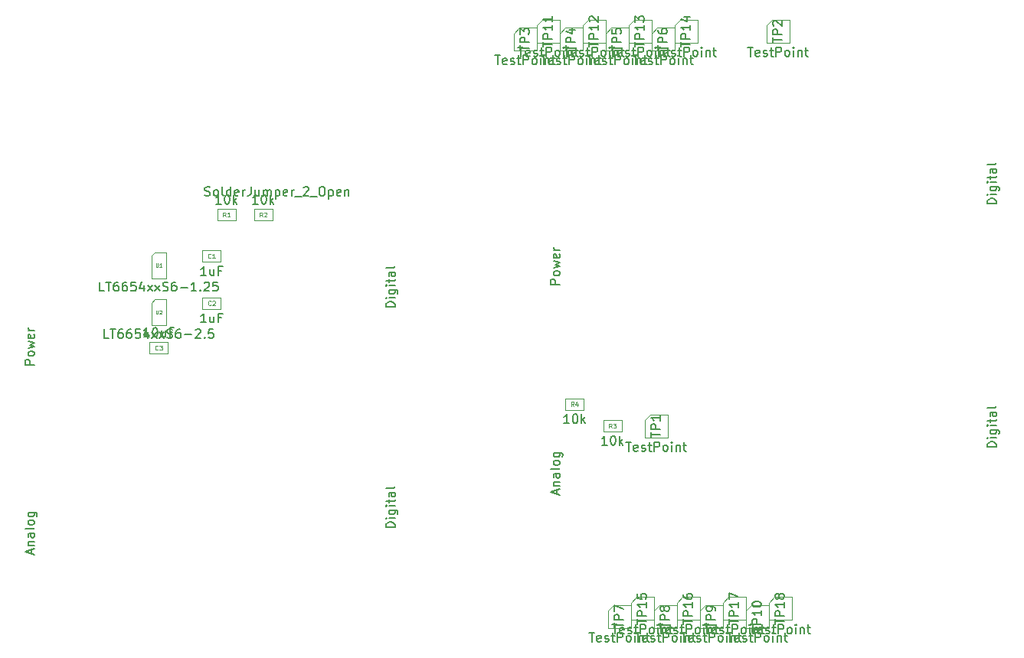
<source format=gbr>
G04 #@! TF.GenerationSoftware,KiCad,Pcbnew,6.0.2+dfsg-1*
G04 #@! TF.CreationDate,2025-02-22T22:39:26-07:00*
G04 #@! TF.ProjectId,ard-ltc2499-test,6172642d-6c74-4633-9234-39392d746573,rev?*
G04 #@! TF.SameCoordinates,Original*
G04 #@! TF.FileFunction,AssemblyDrawing,Top*
%FSLAX46Y46*%
G04 Gerber Fmt 4.6, Leading zero omitted, Abs format (unit mm)*
G04 Created by KiCad (PCBNEW 6.0.2+dfsg-1) date 2025-02-22 22:39:26*
%MOMM*%
%LPD*%
G01*
G04 APERTURE LIST*
%ADD10C,0.150000*%
%ADD11C,0.080000*%
%ADD12C,0.060000*%
%ADD13C,0.100000*%
G04 APERTURE END LIST*
D10*
X118054380Y-96591190D02*
X117054380Y-96591190D01*
X117054380Y-96210238D01*
X117102000Y-96115000D01*
X117149619Y-96067380D01*
X117244857Y-96019761D01*
X117387714Y-96019761D01*
X117482952Y-96067380D01*
X117530571Y-96115000D01*
X117578190Y-96210238D01*
X117578190Y-96591190D01*
X118054380Y-95448333D02*
X118006761Y-95543571D01*
X117959142Y-95591190D01*
X117863904Y-95638809D01*
X117578190Y-95638809D01*
X117482952Y-95591190D01*
X117435333Y-95543571D01*
X117387714Y-95448333D01*
X117387714Y-95305476D01*
X117435333Y-95210238D01*
X117482952Y-95162619D01*
X117578190Y-95115000D01*
X117863904Y-95115000D01*
X117959142Y-95162619D01*
X118006761Y-95210238D01*
X118054380Y-95305476D01*
X118054380Y-95448333D01*
X117387714Y-94781666D02*
X118054380Y-94591190D01*
X117578190Y-94400714D01*
X118054380Y-94210238D01*
X117387714Y-94019761D01*
X118006761Y-93257857D02*
X118054380Y-93353095D01*
X118054380Y-93543571D01*
X118006761Y-93638809D01*
X117911523Y-93686428D01*
X117530571Y-93686428D01*
X117435333Y-93638809D01*
X117387714Y-93543571D01*
X117387714Y-93353095D01*
X117435333Y-93257857D01*
X117530571Y-93210238D01*
X117625809Y-93210238D01*
X117721047Y-93686428D01*
X118054380Y-92781666D02*
X117387714Y-92781666D01*
X117578190Y-92781666D02*
X117482952Y-92734047D01*
X117435333Y-92686428D01*
X117387714Y-92591190D01*
X117387714Y-92495952D01*
X117768666Y-117498523D02*
X117768666Y-117022333D01*
X118054380Y-117593761D02*
X117054380Y-117260428D01*
X118054380Y-116927095D01*
X117387714Y-116593761D02*
X118054380Y-116593761D01*
X117482952Y-116593761D02*
X117435333Y-116546142D01*
X117387714Y-116450904D01*
X117387714Y-116308047D01*
X117435333Y-116212809D01*
X117530571Y-116165190D01*
X118054380Y-116165190D01*
X118054380Y-115260428D02*
X117530571Y-115260428D01*
X117435333Y-115308047D01*
X117387714Y-115403285D01*
X117387714Y-115593761D01*
X117435333Y-115689000D01*
X118006761Y-115260428D02*
X118054380Y-115355666D01*
X118054380Y-115593761D01*
X118006761Y-115689000D01*
X117911523Y-115736619D01*
X117816285Y-115736619D01*
X117721047Y-115689000D01*
X117673428Y-115593761D01*
X117673428Y-115355666D01*
X117625809Y-115260428D01*
X118054380Y-114641380D02*
X118006761Y-114736619D01*
X117911523Y-114784238D01*
X117054380Y-114784238D01*
X118054380Y-114117571D02*
X118006761Y-114212809D01*
X117959142Y-114260428D01*
X117863904Y-114308047D01*
X117578190Y-114308047D01*
X117482952Y-114260428D01*
X117435333Y-114212809D01*
X117387714Y-114117571D01*
X117387714Y-113974714D01*
X117435333Y-113879476D01*
X117482952Y-113831857D01*
X117578190Y-113784238D01*
X117863904Y-113784238D01*
X117959142Y-113831857D01*
X118006761Y-113879476D01*
X118054380Y-113974714D01*
X118054380Y-114117571D01*
X117387714Y-112927095D02*
X118197238Y-112927095D01*
X118292476Y-112974714D01*
X118340095Y-113022333D01*
X118387714Y-113117571D01*
X118387714Y-113260428D01*
X118340095Y-113355666D01*
X118006761Y-112927095D02*
X118054380Y-113022333D01*
X118054380Y-113212809D01*
X118006761Y-113308047D01*
X117959142Y-113355666D01*
X117863904Y-113403285D01*
X117578190Y-113403285D01*
X117482952Y-113355666D01*
X117435333Y-113308047D01*
X117387714Y-113212809D01*
X117387714Y-113022333D01*
X117435333Y-112927095D01*
X157932380Y-90201476D02*
X156932380Y-90201476D01*
X156932380Y-89963380D01*
X156980000Y-89820523D01*
X157075238Y-89725285D01*
X157170476Y-89677666D01*
X157360952Y-89630047D01*
X157503809Y-89630047D01*
X157694285Y-89677666D01*
X157789523Y-89725285D01*
X157884761Y-89820523D01*
X157932380Y-89963380D01*
X157932380Y-90201476D01*
X157932380Y-89201476D02*
X157265714Y-89201476D01*
X156932380Y-89201476D02*
X156980000Y-89249095D01*
X157027619Y-89201476D01*
X156980000Y-89153857D01*
X156932380Y-89201476D01*
X157027619Y-89201476D01*
X157265714Y-88296714D02*
X158075238Y-88296714D01*
X158170476Y-88344333D01*
X158218095Y-88391952D01*
X158265714Y-88487190D01*
X158265714Y-88630047D01*
X158218095Y-88725285D01*
X157884761Y-88296714D02*
X157932380Y-88391952D01*
X157932380Y-88582428D01*
X157884761Y-88677666D01*
X157837142Y-88725285D01*
X157741904Y-88772904D01*
X157456190Y-88772904D01*
X157360952Y-88725285D01*
X157313333Y-88677666D01*
X157265714Y-88582428D01*
X157265714Y-88391952D01*
X157313333Y-88296714D01*
X157932380Y-87820523D02*
X157265714Y-87820523D01*
X156932380Y-87820523D02*
X156980000Y-87868142D01*
X157027619Y-87820523D01*
X156980000Y-87772904D01*
X156932380Y-87820523D01*
X157027619Y-87820523D01*
X157265714Y-87487190D02*
X157265714Y-87106238D01*
X156932380Y-87344333D02*
X157789523Y-87344333D01*
X157884761Y-87296714D01*
X157932380Y-87201476D01*
X157932380Y-87106238D01*
X157932380Y-86344333D02*
X157408571Y-86344333D01*
X157313333Y-86391952D01*
X157265714Y-86487190D01*
X157265714Y-86677666D01*
X157313333Y-86772904D01*
X157884761Y-86344333D02*
X157932380Y-86439571D01*
X157932380Y-86677666D01*
X157884761Y-86772904D01*
X157789523Y-86820523D01*
X157694285Y-86820523D01*
X157599047Y-86772904D01*
X157551428Y-86677666D01*
X157551428Y-86439571D01*
X157503809Y-86344333D01*
X157932380Y-85725285D02*
X157884761Y-85820523D01*
X157789523Y-85868142D01*
X156932380Y-85868142D01*
X157932380Y-114585476D02*
X156932380Y-114585476D01*
X156932380Y-114347380D01*
X156980000Y-114204523D01*
X157075238Y-114109285D01*
X157170476Y-114061666D01*
X157360952Y-114014047D01*
X157503809Y-114014047D01*
X157694285Y-114061666D01*
X157789523Y-114109285D01*
X157884761Y-114204523D01*
X157932380Y-114347380D01*
X157932380Y-114585476D01*
X157932380Y-113585476D02*
X157265714Y-113585476D01*
X156932380Y-113585476D02*
X156980000Y-113633095D01*
X157027619Y-113585476D01*
X156980000Y-113537857D01*
X156932380Y-113585476D01*
X157027619Y-113585476D01*
X157265714Y-112680714D02*
X158075238Y-112680714D01*
X158170476Y-112728333D01*
X158218095Y-112775952D01*
X158265714Y-112871190D01*
X158265714Y-113014047D01*
X158218095Y-113109285D01*
X157884761Y-112680714D02*
X157932380Y-112775952D01*
X157932380Y-112966428D01*
X157884761Y-113061666D01*
X157837142Y-113109285D01*
X157741904Y-113156904D01*
X157456190Y-113156904D01*
X157360952Y-113109285D01*
X157313333Y-113061666D01*
X157265714Y-112966428D01*
X157265714Y-112775952D01*
X157313333Y-112680714D01*
X157932380Y-112204523D02*
X157265714Y-112204523D01*
X156932380Y-112204523D02*
X156980000Y-112252142D01*
X157027619Y-112204523D01*
X156980000Y-112156904D01*
X156932380Y-112204523D01*
X157027619Y-112204523D01*
X157265714Y-111871190D02*
X157265714Y-111490238D01*
X156932380Y-111728333D02*
X157789523Y-111728333D01*
X157884761Y-111680714D01*
X157932380Y-111585476D01*
X157932380Y-111490238D01*
X157932380Y-110728333D02*
X157408571Y-110728333D01*
X157313333Y-110775952D01*
X157265714Y-110871190D01*
X157265714Y-111061666D01*
X157313333Y-111156904D01*
X157884761Y-110728333D02*
X157932380Y-110823571D01*
X157932380Y-111061666D01*
X157884761Y-111156904D01*
X157789523Y-111204523D01*
X157694285Y-111204523D01*
X157599047Y-111156904D01*
X157551428Y-111061666D01*
X157551428Y-110823571D01*
X157503809Y-110728333D01*
X157932380Y-110109285D02*
X157884761Y-110204523D01*
X157789523Y-110252142D01*
X156932380Y-110252142D01*
X136930809Y-77869761D02*
X137073666Y-77917380D01*
X137311761Y-77917380D01*
X137407000Y-77869761D01*
X137454619Y-77822142D01*
X137502238Y-77726904D01*
X137502238Y-77631666D01*
X137454619Y-77536428D01*
X137407000Y-77488809D01*
X137311761Y-77441190D01*
X137121285Y-77393571D01*
X137026047Y-77345952D01*
X136978428Y-77298333D01*
X136930809Y-77203095D01*
X136930809Y-77107857D01*
X136978428Y-77012619D01*
X137026047Y-76965000D01*
X137121285Y-76917380D01*
X137359380Y-76917380D01*
X137502238Y-76965000D01*
X138073666Y-77917380D02*
X137978428Y-77869761D01*
X137930809Y-77822142D01*
X137883190Y-77726904D01*
X137883190Y-77441190D01*
X137930809Y-77345952D01*
X137978428Y-77298333D01*
X138073666Y-77250714D01*
X138216523Y-77250714D01*
X138311761Y-77298333D01*
X138359380Y-77345952D01*
X138407000Y-77441190D01*
X138407000Y-77726904D01*
X138359380Y-77822142D01*
X138311761Y-77869761D01*
X138216523Y-77917380D01*
X138073666Y-77917380D01*
X138978428Y-77917380D02*
X138883190Y-77869761D01*
X138835571Y-77774523D01*
X138835571Y-76917380D01*
X139787952Y-77917380D02*
X139787952Y-76917380D01*
X139787952Y-77869761D02*
X139692714Y-77917380D01*
X139502238Y-77917380D01*
X139407000Y-77869761D01*
X139359380Y-77822142D01*
X139311761Y-77726904D01*
X139311761Y-77441190D01*
X139359380Y-77345952D01*
X139407000Y-77298333D01*
X139502238Y-77250714D01*
X139692714Y-77250714D01*
X139787952Y-77298333D01*
X140645095Y-77869761D02*
X140549857Y-77917380D01*
X140359380Y-77917380D01*
X140264142Y-77869761D01*
X140216523Y-77774523D01*
X140216523Y-77393571D01*
X140264142Y-77298333D01*
X140359380Y-77250714D01*
X140549857Y-77250714D01*
X140645095Y-77298333D01*
X140692714Y-77393571D01*
X140692714Y-77488809D01*
X140216523Y-77584047D01*
X141121285Y-77917380D02*
X141121285Y-77250714D01*
X141121285Y-77441190D02*
X141168904Y-77345952D01*
X141216523Y-77298333D01*
X141311761Y-77250714D01*
X141407000Y-77250714D01*
X142026047Y-76917380D02*
X142026047Y-77631666D01*
X141978428Y-77774523D01*
X141883190Y-77869761D01*
X141740333Y-77917380D01*
X141645095Y-77917380D01*
X142930809Y-77250714D02*
X142930809Y-77917380D01*
X142502238Y-77250714D02*
X142502238Y-77774523D01*
X142549857Y-77869761D01*
X142645095Y-77917380D01*
X142787952Y-77917380D01*
X142883190Y-77869761D01*
X142930809Y-77822142D01*
X143407000Y-77917380D02*
X143407000Y-77250714D01*
X143407000Y-77345952D02*
X143454619Y-77298333D01*
X143549857Y-77250714D01*
X143692714Y-77250714D01*
X143787952Y-77298333D01*
X143835571Y-77393571D01*
X143835571Y-77917380D01*
X143835571Y-77393571D02*
X143883190Y-77298333D01*
X143978428Y-77250714D01*
X144121285Y-77250714D01*
X144216523Y-77298333D01*
X144264142Y-77393571D01*
X144264142Y-77917380D01*
X144740333Y-77250714D02*
X144740333Y-78250714D01*
X144740333Y-77298333D02*
X144835571Y-77250714D01*
X145026047Y-77250714D01*
X145121285Y-77298333D01*
X145168904Y-77345952D01*
X145216523Y-77441190D01*
X145216523Y-77726904D01*
X145168904Y-77822142D01*
X145121285Y-77869761D01*
X145026047Y-77917380D01*
X144835571Y-77917380D01*
X144740333Y-77869761D01*
X146026047Y-77869761D02*
X145930809Y-77917380D01*
X145740333Y-77917380D01*
X145645095Y-77869761D01*
X145597476Y-77774523D01*
X145597476Y-77393571D01*
X145645095Y-77298333D01*
X145740333Y-77250714D01*
X145930809Y-77250714D01*
X146026047Y-77298333D01*
X146073666Y-77393571D01*
X146073666Y-77488809D01*
X145597476Y-77584047D01*
X146502238Y-77917380D02*
X146502238Y-77250714D01*
X146502238Y-77441190D02*
X146549857Y-77345952D01*
X146597476Y-77298333D01*
X146692714Y-77250714D01*
X146787952Y-77250714D01*
X146883190Y-78012619D02*
X147645095Y-78012619D01*
X147835571Y-77012619D02*
X147883190Y-76965000D01*
X147978428Y-76917380D01*
X148216523Y-76917380D01*
X148311761Y-76965000D01*
X148359380Y-77012619D01*
X148407000Y-77107857D01*
X148407000Y-77203095D01*
X148359380Y-77345952D01*
X147787952Y-77917380D01*
X148407000Y-77917380D01*
X148597476Y-78012619D02*
X149359380Y-78012619D01*
X149787952Y-76917380D02*
X149978428Y-76917380D01*
X150073666Y-76965000D01*
X150168904Y-77060238D01*
X150216523Y-77250714D01*
X150216523Y-77584047D01*
X150168904Y-77774523D01*
X150073666Y-77869761D01*
X149978428Y-77917380D01*
X149787952Y-77917380D01*
X149692714Y-77869761D01*
X149597476Y-77774523D01*
X149549857Y-77584047D01*
X149549857Y-77250714D01*
X149597476Y-77060238D01*
X149692714Y-76965000D01*
X149787952Y-76917380D01*
X150645095Y-77250714D02*
X150645095Y-78250714D01*
X150645095Y-77298333D02*
X150740333Y-77250714D01*
X150930809Y-77250714D01*
X151026047Y-77298333D01*
X151073666Y-77345952D01*
X151121285Y-77441190D01*
X151121285Y-77726904D01*
X151073666Y-77822142D01*
X151026047Y-77869761D01*
X150930809Y-77917380D01*
X150740333Y-77917380D01*
X150645095Y-77869761D01*
X151930809Y-77869761D02*
X151835571Y-77917380D01*
X151645095Y-77917380D01*
X151549857Y-77869761D01*
X151502238Y-77774523D01*
X151502238Y-77393571D01*
X151549857Y-77298333D01*
X151645095Y-77250714D01*
X151835571Y-77250714D01*
X151930809Y-77298333D01*
X151978428Y-77393571D01*
X151978428Y-77488809D01*
X151502238Y-77584047D01*
X152407000Y-77250714D02*
X152407000Y-77917380D01*
X152407000Y-77345952D02*
X152454619Y-77298333D01*
X152549857Y-77250714D01*
X152692714Y-77250714D01*
X152787952Y-77298333D01*
X152835571Y-77393571D01*
X152835571Y-77917380D01*
X171545666Y-61472380D02*
X172117095Y-61472380D01*
X171831380Y-62472380D02*
X171831380Y-61472380D01*
X172831380Y-62424761D02*
X172736142Y-62472380D01*
X172545666Y-62472380D01*
X172450428Y-62424761D01*
X172402809Y-62329523D01*
X172402809Y-61948571D01*
X172450428Y-61853333D01*
X172545666Y-61805714D01*
X172736142Y-61805714D01*
X172831380Y-61853333D01*
X172879000Y-61948571D01*
X172879000Y-62043809D01*
X172402809Y-62139047D01*
X173259952Y-62424761D02*
X173355190Y-62472380D01*
X173545666Y-62472380D01*
X173640904Y-62424761D01*
X173688523Y-62329523D01*
X173688523Y-62281904D01*
X173640904Y-62186666D01*
X173545666Y-62139047D01*
X173402809Y-62139047D01*
X173307571Y-62091428D01*
X173259952Y-61996190D01*
X173259952Y-61948571D01*
X173307571Y-61853333D01*
X173402809Y-61805714D01*
X173545666Y-61805714D01*
X173640904Y-61853333D01*
X173974238Y-61805714D02*
X174355190Y-61805714D01*
X174117095Y-61472380D02*
X174117095Y-62329523D01*
X174164714Y-62424761D01*
X174259952Y-62472380D01*
X174355190Y-62472380D01*
X174688523Y-62472380D02*
X174688523Y-61472380D01*
X175069476Y-61472380D01*
X175164714Y-61520000D01*
X175212333Y-61567619D01*
X175259952Y-61662857D01*
X175259952Y-61805714D01*
X175212333Y-61900952D01*
X175164714Y-61948571D01*
X175069476Y-61996190D01*
X174688523Y-61996190D01*
X175831380Y-62472380D02*
X175736142Y-62424761D01*
X175688523Y-62377142D01*
X175640904Y-62281904D01*
X175640904Y-61996190D01*
X175688523Y-61900952D01*
X175736142Y-61853333D01*
X175831380Y-61805714D01*
X175974238Y-61805714D01*
X176069476Y-61853333D01*
X176117095Y-61900952D01*
X176164714Y-61996190D01*
X176164714Y-62281904D01*
X176117095Y-62377142D01*
X176069476Y-62424761D01*
X175974238Y-62472380D01*
X175831380Y-62472380D01*
X176593285Y-62472380D02*
X176593285Y-61805714D01*
X176593285Y-61472380D02*
X176545666Y-61520000D01*
X176593285Y-61567619D01*
X176640904Y-61520000D01*
X176593285Y-61472380D01*
X176593285Y-61567619D01*
X177069476Y-61805714D02*
X177069476Y-62472380D01*
X177069476Y-61900952D02*
X177117095Y-61853333D01*
X177212333Y-61805714D01*
X177355190Y-61805714D01*
X177450428Y-61853333D01*
X177498047Y-61948571D01*
X177498047Y-62472380D01*
X177831380Y-61805714D02*
X178212333Y-61805714D01*
X177974238Y-61472380D02*
X177974238Y-62329523D01*
X178021857Y-62424761D01*
X178117095Y-62472380D01*
X178212333Y-62472380D01*
X174331380Y-61428095D02*
X174331380Y-60856666D01*
X175331380Y-61142380D02*
X174331380Y-61142380D01*
X175331380Y-60523333D02*
X174331380Y-60523333D01*
X174331380Y-60142380D01*
X174379000Y-60047142D01*
X174426619Y-59999523D01*
X174521857Y-59951904D01*
X174664714Y-59951904D01*
X174759952Y-59999523D01*
X174807571Y-60047142D01*
X174855190Y-60142380D01*
X174855190Y-60523333D01*
X175331380Y-58999523D02*
X175331380Y-59570952D01*
X175331380Y-59285238D02*
X174331380Y-59285238D01*
X174474238Y-59380476D01*
X174569476Y-59475714D01*
X174617095Y-59570952D01*
X175331380Y-58047142D02*
X175331380Y-58618571D01*
X175331380Y-58332857D02*
X174331380Y-58332857D01*
X174474238Y-58428095D01*
X174569476Y-58523333D01*
X174617095Y-58618571D01*
X177204761Y-103067380D02*
X176633333Y-103067380D01*
X176919047Y-103067380D02*
X176919047Y-102067380D01*
X176823809Y-102210238D01*
X176728571Y-102305476D01*
X176633333Y-102353095D01*
X177823809Y-102067380D02*
X177919047Y-102067380D01*
X178014285Y-102115000D01*
X178061904Y-102162619D01*
X178109523Y-102257857D01*
X178157142Y-102448333D01*
X178157142Y-102686428D01*
X178109523Y-102876904D01*
X178061904Y-102972142D01*
X178014285Y-103019761D01*
X177919047Y-103067380D01*
X177823809Y-103067380D01*
X177728571Y-103019761D01*
X177680952Y-102972142D01*
X177633333Y-102876904D01*
X177585714Y-102686428D01*
X177585714Y-102448333D01*
X177633333Y-102257857D01*
X177680952Y-102162619D01*
X177728571Y-102115000D01*
X177823809Y-102067380D01*
X178585714Y-103067380D02*
X178585714Y-102067380D01*
X178680952Y-102686428D02*
X178966666Y-103067380D01*
X178966666Y-102400714D02*
X178585714Y-102781666D01*
D11*
X177716666Y-101191190D02*
X177550000Y-100953095D01*
X177430952Y-101191190D02*
X177430952Y-100691190D01*
X177621428Y-100691190D01*
X177669047Y-100715000D01*
X177692857Y-100738809D01*
X177716666Y-100786428D01*
X177716666Y-100857857D01*
X177692857Y-100905476D01*
X177669047Y-100929285D01*
X177621428Y-100953095D01*
X177430952Y-100953095D01*
X178145238Y-100857857D02*
X178145238Y-101191190D01*
X178026190Y-100667380D02*
X177907142Y-101024523D01*
X178216666Y-101024523D01*
D10*
X224405380Y-105695476D02*
X223405380Y-105695476D01*
X223405380Y-105457380D01*
X223453000Y-105314523D01*
X223548238Y-105219285D01*
X223643476Y-105171666D01*
X223833952Y-105124047D01*
X223976809Y-105124047D01*
X224167285Y-105171666D01*
X224262523Y-105219285D01*
X224357761Y-105314523D01*
X224405380Y-105457380D01*
X224405380Y-105695476D01*
X224405380Y-104695476D02*
X223738714Y-104695476D01*
X223405380Y-104695476D02*
X223453000Y-104743095D01*
X223500619Y-104695476D01*
X223453000Y-104647857D01*
X223405380Y-104695476D01*
X223500619Y-104695476D01*
X223738714Y-103790714D02*
X224548238Y-103790714D01*
X224643476Y-103838333D01*
X224691095Y-103885952D01*
X224738714Y-103981190D01*
X224738714Y-104124047D01*
X224691095Y-104219285D01*
X224357761Y-103790714D02*
X224405380Y-103885952D01*
X224405380Y-104076428D01*
X224357761Y-104171666D01*
X224310142Y-104219285D01*
X224214904Y-104266904D01*
X223929190Y-104266904D01*
X223833952Y-104219285D01*
X223786333Y-104171666D01*
X223738714Y-104076428D01*
X223738714Y-103885952D01*
X223786333Y-103790714D01*
X224405380Y-103314523D02*
X223738714Y-103314523D01*
X223405380Y-103314523D02*
X223453000Y-103362142D01*
X223500619Y-103314523D01*
X223453000Y-103266904D01*
X223405380Y-103314523D01*
X223500619Y-103314523D01*
X223738714Y-102981190D02*
X223738714Y-102600238D01*
X223405380Y-102838333D02*
X224262523Y-102838333D01*
X224357761Y-102790714D01*
X224405380Y-102695476D01*
X224405380Y-102600238D01*
X224405380Y-101838333D02*
X223881571Y-101838333D01*
X223786333Y-101885952D01*
X223738714Y-101981190D01*
X223738714Y-102171666D01*
X223786333Y-102266904D01*
X224357761Y-101838333D02*
X224405380Y-101933571D01*
X224405380Y-102171666D01*
X224357761Y-102266904D01*
X224262523Y-102314523D01*
X224167285Y-102314523D01*
X224072047Y-102266904D01*
X224024428Y-102171666D01*
X224024428Y-101933571D01*
X223976809Y-101838333D01*
X224405380Y-101219285D02*
X224357761Y-101314523D01*
X224262523Y-101362142D01*
X223405380Y-101362142D01*
X169005666Y-62361380D02*
X169577095Y-62361380D01*
X169291380Y-63361380D02*
X169291380Y-62361380D01*
X170291380Y-63313761D02*
X170196142Y-63361380D01*
X170005666Y-63361380D01*
X169910428Y-63313761D01*
X169862809Y-63218523D01*
X169862809Y-62837571D01*
X169910428Y-62742333D01*
X170005666Y-62694714D01*
X170196142Y-62694714D01*
X170291380Y-62742333D01*
X170339000Y-62837571D01*
X170339000Y-62932809D01*
X169862809Y-63028047D01*
X170719952Y-63313761D02*
X170815190Y-63361380D01*
X171005666Y-63361380D01*
X171100904Y-63313761D01*
X171148523Y-63218523D01*
X171148523Y-63170904D01*
X171100904Y-63075666D01*
X171005666Y-63028047D01*
X170862809Y-63028047D01*
X170767571Y-62980428D01*
X170719952Y-62885190D01*
X170719952Y-62837571D01*
X170767571Y-62742333D01*
X170862809Y-62694714D01*
X171005666Y-62694714D01*
X171100904Y-62742333D01*
X171434238Y-62694714D02*
X171815190Y-62694714D01*
X171577095Y-62361380D02*
X171577095Y-63218523D01*
X171624714Y-63313761D01*
X171719952Y-63361380D01*
X171815190Y-63361380D01*
X172148523Y-63361380D02*
X172148523Y-62361380D01*
X172529476Y-62361380D01*
X172624714Y-62409000D01*
X172672333Y-62456619D01*
X172719952Y-62551857D01*
X172719952Y-62694714D01*
X172672333Y-62789952D01*
X172624714Y-62837571D01*
X172529476Y-62885190D01*
X172148523Y-62885190D01*
X173291380Y-63361380D02*
X173196142Y-63313761D01*
X173148523Y-63266142D01*
X173100904Y-63170904D01*
X173100904Y-62885190D01*
X173148523Y-62789952D01*
X173196142Y-62742333D01*
X173291380Y-62694714D01*
X173434238Y-62694714D01*
X173529476Y-62742333D01*
X173577095Y-62789952D01*
X173624714Y-62885190D01*
X173624714Y-63170904D01*
X173577095Y-63266142D01*
X173529476Y-63313761D01*
X173434238Y-63361380D01*
X173291380Y-63361380D01*
X174053285Y-63361380D02*
X174053285Y-62694714D01*
X174053285Y-62361380D02*
X174005666Y-62409000D01*
X174053285Y-62456619D01*
X174100904Y-62409000D01*
X174053285Y-62361380D01*
X174053285Y-62456619D01*
X174529476Y-62694714D02*
X174529476Y-63361380D01*
X174529476Y-62789952D02*
X174577095Y-62742333D01*
X174672333Y-62694714D01*
X174815190Y-62694714D01*
X174910428Y-62742333D01*
X174958047Y-62837571D01*
X174958047Y-63361380D01*
X175291380Y-62694714D02*
X175672333Y-62694714D01*
X175434238Y-62361380D02*
X175434238Y-63218523D01*
X175481857Y-63313761D01*
X175577095Y-63361380D01*
X175672333Y-63361380D01*
X171791380Y-61840904D02*
X171791380Y-61269476D01*
X172791380Y-61555190D02*
X171791380Y-61555190D01*
X172791380Y-60936142D02*
X171791380Y-60936142D01*
X171791380Y-60555190D01*
X171839000Y-60459952D01*
X171886619Y-60412333D01*
X171981857Y-60364714D01*
X172124714Y-60364714D01*
X172219952Y-60412333D01*
X172267571Y-60459952D01*
X172315190Y-60555190D01*
X172315190Y-60936142D01*
X171791380Y-60031380D02*
X171791380Y-59412333D01*
X172172333Y-59745666D01*
X172172333Y-59602809D01*
X172219952Y-59507571D01*
X172267571Y-59459952D01*
X172362809Y-59412333D01*
X172600904Y-59412333D01*
X172696142Y-59459952D01*
X172743761Y-59507571D01*
X172791380Y-59602809D01*
X172791380Y-59888523D01*
X172743761Y-59983761D01*
X172696142Y-60031380D01*
X126278380Y-93657380D02*
X125802190Y-93657380D01*
X125802190Y-92657380D01*
X126468857Y-92657380D02*
X127040285Y-92657380D01*
X126754571Y-93657380D02*
X126754571Y-92657380D01*
X127802190Y-92657380D02*
X127611714Y-92657380D01*
X127516476Y-92705000D01*
X127468857Y-92752619D01*
X127373619Y-92895476D01*
X127326000Y-93085952D01*
X127326000Y-93466904D01*
X127373619Y-93562142D01*
X127421238Y-93609761D01*
X127516476Y-93657380D01*
X127706952Y-93657380D01*
X127802190Y-93609761D01*
X127849809Y-93562142D01*
X127897428Y-93466904D01*
X127897428Y-93228809D01*
X127849809Y-93133571D01*
X127802190Y-93085952D01*
X127706952Y-93038333D01*
X127516476Y-93038333D01*
X127421238Y-93085952D01*
X127373619Y-93133571D01*
X127326000Y-93228809D01*
X128754571Y-92657380D02*
X128564095Y-92657380D01*
X128468857Y-92705000D01*
X128421238Y-92752619D01*
X128326000Y-92895476D01*
X128278380Y-93085952D01*
X128278380Y-93466904D01*
X128326000Y-93562142D01*
X128373619Y-93609761D01*
X128468857Y-93657380D01*
X128659333Y-93657380D01*
X128754571Y-93609761D01*
X128802190Y-93562142D01*
X128849809Y-93466904D01*
X128849809Y-93228809D01*
X128802190Y-93133571D01*
X128754571Y-93085952D01*
X128659333Y-93038333D01*
X128468857Y-93038333D01*
X128373619Y-93085952D01*
X128326000Y-93133571D01*
X128278380Y-93228809D01*
X129754571Y-92657380D02*
X129278380Y-92657380D01*
X129230761Y-93133571D01*
X129278380Y-93085952D01*
X129373619Y-93038333D01*
X129611714Y-93038333D01*
X129706952Y-93085952D01*
X129754571Y-93133571D01*
X129802190Y-93228809D01*
X129802190Y-93466904D01*
X129754571Y-93562142D01*
X129706952Y-93609761D01*
X129611714Y-93657380D01*
X129373619Y-93657380D01*
X129278380Y-93609761D01*
X129230761Y-93562142D01*
X130659333Y-92990714D02*
X130659333Y-93657380D01*
X130421238Y-92609761D02*
X130183142Y-93324047D01*
X130802190Y-93324047D01*
X131087904Y-93657380D02*
X131611714Y-92990714D01*
X131087904Y-92990714D02*
X131611714Y-93657380D01*
X131897428Y-93657380D02*
X132421238Y-92990714D01*
X131897428Y-92990714D02*
X132421238Y-93657380D01*
X132754571Y-93609761D02*
X132897428Y-93657380D01*
X133135523Y-93657380D01*
X133230761Y-93609761D01*
X133278380Y-93562142D01*
X133326000Y-93466904D01*
X133326000Y-93371666D01*
X133278380Y-93276428D01*
X133230761Y-93228809D01*
X133135523Y-93181190D01*
X132945047Y-93133571D01*
X132849809Y-93085952D01*
X132802190Y-93038333D01*
X132754571Y-92943095D01*
X132754571Y-92847857D01*
X132802190Y-92752619D01*
X132849809Y-92705000D01*
X132945047Y-92657380D01*
X133183142Y-92657380D01*
X133326000Y-92705000D01*
X134183142Y-92657380D02*
X133992666Y-92657380D01*
X133897428Y-92705000D01*
X133849809Y-92752619D01*
X133754571Y-92895476D01*
X133706952Y-93085952D01*
X133706952Y-93466904D01*
X133754571Y-93562142D01*
X133802190Y-93609761D01*
X133897428Y-93657380D01*
X134087904Y-93657380D01*
X134183142Y-93609761D01*
X134230761Y-93562142D01*
X134278380Y-93466904D01*
X134278380Y-93228809D01*
X134230761Y-93133571D01*
X134183142Y-93085952D01*
X134087904Y-93038333D01*
X133897428Y-93038333D01*
X133802190Y-93085952D01*
X133754571Y-93133571D01*
X133706952Y-93228809D01*
X134706952Y-93276428D02*
X135468857Y-93276428D01*
X135897428Y-92752619D02*
X135945047Y-92705000D01*
X136040285Y-92657380D01*
X136278380Y-92657380D01*
X136373619Y-92705000D01*
X136421238Y-92752619D01*
X136468857Y-92847857D01*
X136468857Y-92943095D01*
X136421238Y-93085952D01*
X135849809Y-93657380D01*
X136468857Y-93657380D01*
X136897428Y-93562142D02*
X136945047Y-93609761D01*
X136897428Y-93657380D01*
X136849809Y-93609761D01*
X136897428Y-93562142D01*
X136897428Y-93657380D01*
X137849809Y-92657380D02*
X137373619Y-92657380D01*
X137326000Y-93133571D01*
X137373619Y-93085952D01*
X137468857Y-93038333D01*
X137706952Y-93038333D01*
X137802190Y-93085952D01*
X137849809Y-93133571D01*
X137897428Y-93228809D01*
X137897428Y-93466904D01*
X137849809Y-93562142D01*
X137802190Y-93609761D01*
X137706952Y-93657380D01*
X137468857Y-93657380D01*
X137373619Y-93609761D01*
X137326000Y-93562142D01*
D12*
X131521238Y-90585952D02*
X131521238Y-90909761D01*
X131540285Y-90947857D01*
X131559333Y-90966904D01*
X131597428Y-90985952D01*
X131673619Y-90985952D01*
X131711714Y-90966904D01*
X131730761Y-90947857D01*
X131749809Y-90909761D01*
X131749809Y-90585952D01*
X131921238Y-90624047D02*
X131940285Y-90605000D01*
X131978380Y-90585952D01*
X132073619Y-90585952D01*
X132111714Y-90605000D01*
X132130761Y-90624047D01*
X132149809Y-90662142D01*
X132149809Y-90700238D01*
X132130761Y-90757380D01*
X131902190Y-90985952D01*
X132149809Y-90985952D01*
D10*
X125802190Y-88450380D02*
X125326000Y-88450380D01*
X125326000Y-87450380D01*
X125992666Y-87450380D02*
X126564095Y-87450380D01*
X126278380Y-88450380D02*
X126278380Y-87450380D01*
X127326000Y-87450380D02*
X127135523Y-87450380D01*
X127040285Y-87498000D01*
X126992666Y-87545619D01*
X126897428Y-87688476D01*
X126849809Y-87878952D01*
X126849809Y-88259904D01*
X126897428Y-88355142D01*
X126945047Y-88402761D01*
X127040285Y-88450380D01*
X127230761Y-88450380D01*
X127326000Y-88402761D01*
X127373619Y-88355142D01*
X127421238Y-88259904D01*
X127421238Y-88021809D01*
X127373619Y-87926571D01*
X127326000Y-87878952D01*
X127230761Y-87831333D01*
X127040285Y-87831333D01*
X126945047Y-87878952D01*
X126897428Y-87926571D01*
X126849809Y-88021809D01*
X128278380Y-87450380D02*
X128087904Y-87450380D01*
X127992666Y-87498000D01*
X127945047Y-87545619D01*
X127849809Y-87688476D01*
X127802190Y-87878952D01*
X127802190Y-88259904D01*
X127849809Y-88355142D01*
X127897428Y-88402761D01*
X127992666Y-88450380D01*
X128183142Y-88450380D01*
X128278380Y-88402761D01*
X128326000Y-88355142D01*
X128373619Y-88259904D01*
X128373619Y-88021809D01*
X128326000Y-87926571D01*
X128278380Y-87878952D01*
X128183142Y-87831333D01*
X127992666Y-87831333D01*
X127897428Y-87878952D01*
X127849809Y-87926571D01*
X127802190Y-88021809D01*
X129278380Y-87450380D02*
X128802190Y-87450380D01*
X128754571Y-87926571D01*
X128802190Y-87878952D01*
X128897428Y-87831333D01*
X129135523Y-87831333D01*
X129230761Y-87878952D01*
X129278380Y-87926571D01*
X129326000Y-88021809D01*
X129326000Y-88259904D01*
X129278380Y-88355142D01*
X129230761Y-88402761D01*
X129135523Y-88450380D01*
X128897428Y-88450380D01*
X128802190Y-88402761D01*
X128754571Y-88355142D01*
X130183142Y-87783714D02*
X130183142Y-88450380D01*
X129945047Y-87402761D02*
X129706952Y-88117047D01*
X130326000Y-88117047D01*
X130611714Y-88450380D02*
X131135523Y-87783714D01*
X130611714Y-87783714D02*
X131135523Y-88450380D01*
X131421238Y-88450380D02*
X131945047Y-87783714D01*
X131421238Y-87783714D02*
X131945047Y-88450380D01*
X132278380Y-88402761D02*
X132421238Y-88450380D01*
X132659333Y-88450380D01*
X132754571Y-88402761D01*
X132802190Y-88355142D01*
X132849809Y-88259904D01*
X132849809Y-88164666D01*
X132802190Y-88069428D01*
X132754571Y-88021809D01*
X132659333Y-87974190D01*
X132468857Y-87926571D01*
X132373619Y-87878952D01*
X132326000Y-87831333D01*
X132278380Y-87736095D01*
X132278380Y-87640857D01*
X132326000Y-87545619D01*
X132373619Y-87498000D01*
X132468857Y-87450380D01*
X132706952Y-87450380D01*
X132849809Y-87498000D01*
X133706952Y-87450380D02*
X133516476Y-87450380D01*
X133421238Y-87498000D01*
X133373619Y-87545619D01*
X133278380Y-87688476D01*
X133230761Y-87878952D01*
X133230761Y-88259904D01*
X133278380Y-88355142D01*
X133326000Y-88402761D01*
X133421238Y-88450380D01*
X133611714Y-88450380D01*
X133706952Y-88402761D01*
X133754571Y-88355142D01*
X133802190Y-88259904D01*
X133802190Y-88021809D01*
X133754571Y-87926571D01*
X133706952Y-87878952D01*
X133611714Y-87831333D01*
X133421238Y-87831333D01*
X133326000Y-87878952D01*
X133278380Y-87926571D01*
X133230761Y-88021809D01*
X134230761Y-88069428D02*
X134992666Y-88069428D01*
X135992666Y-88450380D02*
X135421238Y-88450380D01*
X135706952Y-88450380D02*
X135706952Y-87450380D01*
X135611714Y-87593238D01*
X135516476Y-87688476D01*
X135421238Y-87736095D01*
X136421238Y-88355142D02*
X136468857Y-88402761D01*
X136421238Y-88450380D01*
X136373619Y-88402761D01*
X136421238Y-88355142D01*
X136421238Y-88450380D01*
X136849809Y-87545619D02*
X136897428Y-87498000D01*
X136992666Y-87450380D01*
X137230761Y-87450380D01*
X137326000Y-87498000D01*
X137373619Y-87545619D01*
X137421238Y-87640857D01*
X137421238Y-87736095D01*
X137373619Y-87878952D01*
X136802190Y-88450380D01*
X137421238Y-88450380D01*
X138326000Y-87450380D02*
X137849809Y-87450380D01*
X137802190Y-87926571D01*
X137849809Y-87878952D01*
X137945047Y-87831333D01*
X138183142Y-87831333D01*
X138278380Y-87878952D01*
X138326000Y-87926571D01*
X138373619Y-88021809D01*
X138373619Y-88259904D01*
X138326000Y-88355142D01*
X138278380Y-88402761D01*
X138183142Y-88450380D01*
X137945047Y-88450380D01*
X137849809Y-88402761D01*
X137802190Y-88355142D01*
D12*
X131521238Y-85378952D02*
X131521238Y-85702761D01*
X131540285Y-85740857D01*
X131559333Y-85759904D01*
X131597428Y-85778952D01*
X131673619Y-85778952D01*
X131711714Y-85759904D01*
X131730761Y-85740857D01*
X131749809Y-85702761D01*
X131749809Y-85378952D01*
X132149809Y-85778952D02*
X131921238Y-85778952D01*
X132035523Y-85778952D02*
X132035523Y-85378952D01*
X131997428Y-85436095D01*
X131959333Y-85474190D01*
X131921238Y-85493238D01*
D10*
X197199666Y-125353380D02*
X197771095Y-125353380D01*
X197485380Y-126353380D02*
X197485380Y-125353380D01*
X198485380Y-126305761D02*
X198390142Y-126353380D01*
X198199666Y-126353380D01*
X198104428Y-126305761D01*
X198056809Y-126210523D01*
X198056809Y-125829571D01*
X198104428Y-125734333D01*
X198199666Y-125686714D01*
X198390142Y-125686714D01*
X198485380Y-125734333D01*
X198533000Y-125829571D01*
X198533000Y-125924809D01*
X198056809Y-126020047D01*
X198913952Y-126305761D02*
X199009190Y-126353380D01*
X199199666Y-126353380D01*
X199294904Y-126305761D01*
X199342523Y-126210523D01*
X199342523Y-126162904D01*
X199294904Y-126067666D01*
X199199666Y-126020047D01*
X199056809Y-126020047D01*
X198961571Y-125972428D01*
X198913952Y-125877190D01*
X198913952Y-125829571D01*
X198961571Y-125734333D01*
X199056809Y-125686714D01*
X199199666Y-125686714D01*
X199294904Y-125734333D01*
X199628238Y-125686714D02*
X200009190Y-125686714D01*
X199771095Y-125353380D02*
X199771095Y-126210523D01*
X199818714Y-126305761D01*
X199913952Y-126353380D01*
X200009190Y-126353380D01*
X200342523Y-126353380D02*
X200342523Y-125353380D01*
X200723476Y-125353380D01*
X200818714Y-125401000D01*
X200866333Y-125448619D01*
X200913952Y-125543857D01*
X200913952Y-125686714D01*
X200866333Y-125781952D01*
X200818714Y-125829571D01*
X200723476Y-125877190D01*
X200342523Y-125877190D01*
X201485380Y-126353380D02*
X201390142Y-126305761D01*
X201342523Y-126258142D01*
X201294904Y-126162904D01*
X201294904Y-125877190D01*
X201342523Y-125781952D01*
X201390142Y-125734333D01*
X201485380Y-125686714D01*
X201628238Y-125686714D01*
X201723476Y-125734333D01*
X201771095Y-125781952D01*
X201818714Y-125877190D01*
X201818714Y-126162904D01*
X201771095Y-126258142D01*
X201723476Y-126305761D01*
X201628238Y-126353380D01*
X201485380Y-126353380D01*
X202247285Y-126353380D02*
X202247285Y-125686714D01*
X202247285Y-125353380D02*
X202199666Y-125401000D01*
X202247285Y-125448619D01*
X202294904Y-125401000D01*
X202247285Y-125353380D01*
X202247285Y-125448619D01*
X202723476Y-125686714D02*
X202723476Y-126353380D01*
X202723476Y-125781952D02*
X202771095Y-125734333D01*
X202866333Y-125686714D01*
X203009190Y-125686714D01*
X203104428Y-125734333D01*
X203152047Y-125829571D01*
X203152047Y-126353380D01*
X203485380Y-125686714D02*
X203866333Y-125686714D01*
X203628238Y-125353380D02*
X203628238Y-126210523D01*
X203675857Y-126305761D01*
X203771095Y-126353380D01*
X203866333Y-126353380D01*
X199985380Y-125309095D02*
X199985380Y-124737666D01*
X200985380Y-125023380D02*
X199985380Y-125023380D01*
X200985380Y-124404333D02*
X199985380Y-124404333D01*
X199985380Y-124023380D01*
X200033000Y-123928142D01*
X200080619Y-123880523D01*
X200175857Y-123832904D01*
X200318714Y-123832904D01*
X200413952Y-123880523D01*
X200461571Y-123928142D01*
X200509190Y-124023380D01*
X200509190Y-124404333D01*
X200985380Y-122880523D02*
X200985380Y-123451952D01*
X200985380Y-123166238D02*
X199985380Y-123166238D01*
X200128238Y-123261476D01*
X200223476Y-123356714D01*
X200271095Y-123451952D01*
X200413952Y-122309095D02*
X200366333Y-122404333D01*
X200318714Y-122451952D01*
X200223476Y-122499571D01*
X200175857Y-122499571D01*
X200080619Y-122451952D01*
X200033000Y-122404333D01*
X199985380Y-122309095D01*
X199985380Y-122118619D01*
X200033000Y-122023380D01*
X200080619Y-121975761D01*
X200175857Y-121928142D01*
X200223476Y-121928142D01*
X200318714Y-121975761D01*
X200366333Y-122023380D01*
X200413952Y-122118619D01*
X200413952Y-122309095D01*
X200461571Y-122404333D01*
X200509190Y-122451952D01*
X200604428Y-122499571D01*
X200794904Y-122499571D01*
X200890142Y-122451952D01*
X200937761Y-122404333D01*
X200985380Y-122309095D01*
X200985380Y-122118619D01*
X200937761Y-122023380D01*
X200890142Y-121975761D01*
X200794904Y-121928142D01*
X200604428Y-121928142D01*
X200509190Y-121975761D01*
X200461571Y-122023380D01*
X200413952Y-122118619D01*
X175859666Y-110894523D02*
X175859666Y-110418333D01*
X176145380Y-110989761D02*
X175145380Y-110656428D01*
X176145380Y-110323095D01*
X175478714Y-109989761D02*
X176145380Y-109989761D01*
X175573952Y-109989761D02*
X175526333Y-109942142D01*
X175478714Y-109846904D01*
X175478714Y-109704047D01*
X175526333Y-109608809D01*
X175621571Y-109561190D01*
X176145380Y-109561190D01*
X176145380Y-108656428D02*
X175621571Y-108656428D01*
X175526333Y-108704047D01*
X175478714Y-108799285D01*
X175478714Y-108989761D01*
X175526333Y-109085000D01*
X176097761Y-108656428D02*
X176145380Y-108751666D01*
X176145380Y-108989761D01*
X176097761Y-109085000D01*
X176002523Y-109132619D01*
X175907285Y-109132619D01*
X175812047Y-109085000D01*
X175764428Y-108989761D01*
X175764428Y-108751666D01*
X175716809Y-108656428D01*
X176145380Y-108037380D02*
X176097761Y-108132619D01*
X176002523Y-108180238D01*
X175145380Y-108180238D01*
X176145380Y-107513571D02*
X176097761Y-107608809D01*
X176050142Y-107656428D01*
X175954904Y-107704047D01*
X175669190Y-107704047D01*
X175573952Y-107656428D01*
X175526333Y-107608809D01*
X175478714Y-107513571D01*
X175478714Y-107370714D01*
X175526333Y-107275476D01*
X175573952Y-107227857D01*
X175669190Y-107180238D01*
X175954904Y-107180238D01*
X176050142Y-107227857D01*
X176097761Y-107275476D01*
X176145380Y-107370714D01*
X176145380Y-107513571D01*
X175478714Y-106323095D02*
X176288238Y-106323095D01*
X176383476Y-106370714D01*
X176431095Y-106418333D01*
X176478714Y-106513571D01*
X176478714Y-106656428D01*
X176431095Y-106751666D01*
X176097761Y-106323095D02*
X176145380Y-106418333D01*
X176145380Y-106608809D01*
X176097761Y-106704047D01*
X176050142Y-106751666D01*
X175954904Y-106799285D01*
X175669190Y-106799285D01*
X175573952Y-106751666D01*
X175526333Y-106704047D01*
X175478714Y-106608809D01*
X175478714Y-106418333D01*
X175526333Y-106323095D01*
X142787761Y-78812380D02*
X142216333Y-78812380D01*
X142502047Y-78812380D02*
X142502047Y-77812380D01*
X142406809Y-77955238D01*
X142311571Y-78050476D01*
X142216333Y-78098095D01*
X143406809Y-77812380D02*
X143502047Y-77812380D01*
X143597285Y-77860000D01*
X143644904Y-77907619D01*
X143692523Y-78002857D01*
X143740142Y-78193333D01*
X143740142Y-78431428D01*
X143692523Y-78621904D01*
X143644904Y-78717142D01*
X143597285Y-78764761D01*
X143502047Y-78812380D01*
X143406809Y-78812380D01*
X143311571Y-78764761D01*
X143263952Y-78717142D01*
X143216333Y-78621904D01*
X143168714Y-78431428D01*
X143168714Y-78193333D01*
X143216333Y-78002857D01*
X143263952Y-77907619D01*
X143311571Y-77860000D01*
X143406809Y-77812380D01*
X144168714Y-78812380D02*
X144168714Y-77812380D01*
X144263952Y-78431428D02*
X144549666Y-78812380D01*
X144549666Y-78145714D02*
X144168714Y-78526666D01*
D11*
X143299666Y-80236190D02*
X143133000Y-79998095D01*
X143013952Y-80236190D02*
X143013952Y-79736190D01*
X143204428Y-79736190D01*
X143252047Y-79760000D01*
X143275857Y-79783809D01*
X143299666Y-79831428D01*
X143299666Y-79902857D01*
X143275857Y-79950476D01*
X143252047Y-79974285D01*
X143204428Y-79998095D01*
X143013952Y-79998095D01*
X143490142Y-79783809D02*
X143513952Y-79760000D01*
X143561571Y-79736190D01*
X143680619Y-79736190D01*
X143728238Y-79760000D01*
X143752047Y-79783809D01*
X143775857Y-79831428D01*
X143775857Y-79879047D01*
X143752047Y-79950476D01*
X143466333Y-80236190D01*
X143775857Y-80236190D01*
D10*
X174085666Y-62361380D02*
X174657095Y-62361380D01*
X174371380Y-63361380D02*
X174371380Y-62361380D01*
X175371380Y-63313761D02*
X175276142Y-63361380D01*
X175085666Y-63361380D01*
X174990428Y-63313761D01*
X174942809Y-63218523D01*
X174942809Y-62837571D01*
X174990428Y-62742333D01*
X175085666Y-62694714D01*
X175276142Y-62694714D01*
X175371380Y-62742333D01*
X175419000Y-62837571D01*
X175419000Y-62932809D01*
X174942809Y-63028047D01*
X175799952Y-63313761D02*
X175895190Y-63361380D01*
X176085666Y-63361380D01*
X176180904Y-63313761D01*
X176228523Y-63218523D01*
X176228523Y-63170904D01*
X176180904Y-63075666D01*
X176085666Y-63028047D01*
X175942809Y-63028047D01*
X175847571Y-62980428D01*
X175799952Y-62885190D01*
X175799952Y-62837571D01*
X175847571Y-62742333D01*
X175942809Y-62694714D01*
X176085666Y-62694714D01*
X176180904Y-62742333D01*
X176514238Y-62694714D02*
X176895190Y-62694714D01*
X176657095Y-62361380D02*
X176657095Y-63218523D01*
X176704714Y-63313761D01*
X176799952Y-63361380D01*
X176895190Y-63361380D01*
X177228523Y-63361380D02*
X177228523Y-62361380D01*
X177609476Y-62361380D01*
X177704714Y-62409000D01*
X177752333Y-62456619D01*
X177799952Y-62551857D01*
X177799952Y-62694714D01*
X177752333Y-62789952D01*
X177704714Y-62837571D01*
X177609476Y-62885190D01*
X177228523Y-62885190D01*
X178371380Y-63361380D02*
X178276142Y-63313761D01*
X178228523Y-63266142D01*
X178180904Y-63170904D01*
X178180904Y-62885190D01*
X178228523Y-62789952D01*
X178276142Y-62742333D01*
X178371380Y-62694714D01*
X178514238Y-62694714D01*
X178609476Y-62742333D01*
X178657095Y-62789952D01*
X178704714Y-62885190D01*
X178704714Y-63170904D01*
X178657095Y-63266142D01*
X178609476Y-63313761D01*
X178514238Y-63361380D01*
X178371380Y-63361380D01*
X179133285Y-63361380D02*
X179133285Y-62694714D01*
X179133285Y-62361380D02*
X179085666Y-62409000D01*
X179133285Y-62456619D01*
X179180904Y-62409000D01*
X179133285Y-62361380D01*
X179133285Y-62456619D01*
X179609476Y-62694714D02*
X179609476Y-63361380D01*
X179609476Y-62789952D02*
X179657095Y-62742333D01*
X179752333Y-62694714D01*
X179895190Y-62694714D01*
X179990428Y-62742333D01*
X180038047Y-62837571D01*
X180038047Y-63361380D01*
X180371380Y-62694714D02*
X180752333Y-62694714D01*
X180514238Y-62361380D02*
X180514238Y-63218523D01*
X180561857Y-63313761D01*
X180657095Y-63361380D01*
X180752333Y-63361380D01*
X176871380Y-61840904D02*
X176871380Y-61269476D01*
X177871380Y-61555190D02*
X176871380Y-61555190D01*
X177871380Y-60936142D02*
X176871380Y-60936142D01*
X176871380Y-60555190D01*
X176919000Y-60459952D01*
X176966619Y-60412333D01*
X177061857Y-60364714D01*
X177204714Y-60364714D01*
X177299952Y-60412333D01*
X177347571Y-60459952D01*
X177395190Y-60555190D01*
X177395190Y-60936142D01*
X177204714Y-59507571D02*
X177871380Y-59507571D01*
X176823761Y-59745666D02*
X177538047Y-59983761D01*
X177538047Y-59364714D01*
X192119666Y-125353380D02*
X192691095Y-125353380D01*
X192405380Y-126353380D02*
X192405380Y-125353380D01*
X193405380Y-126305761D02*
X193310142Y-126353380D01*
X193119666Y-126353380D01*
X193024428Y-126305761D01*
X192976809Y-126210523D01*
X192976809Y-125829571D01*
X193024428Y-125734333D01*
X193119666Y-125686714D01*
X193310142Y-125686714D01*
X193405380Y-125734333D01*
X193453000Y-125829571D01*
X193453000Y-125924809D01*
X192976809Y-126020047D01*
X193833952Y-126305761D02*
X193929190Y-126353380D01*
X194119666Y-126353380D01*
X194214904Y-126305761D01*
X194262523Y-126210523D01*
X194262523Y-126162904D01*
X194214904Y-126067666D01*
X194119666Y-126020047D01*
X193976809Y-126020047D01*
X193881571Y-125972428D01*
X193833952Y-125877190D01*
X193833952Y-125829571D01*
X193881571Y-125734333D01*
X193976809Y-125686714D01*
X194119666Y-125686714D01*
X194214904Y-125734333D01*
X194548238Y-125686714D02*
X194929190Y-125686714D01*
X194691095Y-125353380D02*
X194691095Y-126210523D01*
X194738714Y-126305761D01*
X194833952Y-126353380D01*
X194929190Y-126353380D01*
X195262523Y-126353380D02*
X195262523Y-125353380D01*
X195643476Y-125353380D01*
X195738714Y-125401000D01*
X195786333Y-125448619D01*
X195833952Y-125543857D01*
X195833952Y-125686714D01*
X195786333Y-125781952D01*
X195738714Y-125829571D01*
X195643476Y-125877190D01*
X195262523Y-125877190D01*
X196405380Y-126353380D02*
X196310142Y-126305761D01*
X196262523Y-126258142D01*
X196214904Y-126162904D01*
X196214904Y-125877190D01*
X196262523Y-125781952D01*
X196310142Y-125734333D01*
X196405380Y-125686714D01*
X196548238Y-125686714D01*
X196643476Y-125734333D01*
X196691095Y-125781952D01*
X196738714Y-125877190D01*
X196738714Y-126162904D01*
X196691095Y-126258142D01*
X196643476Y-126305761D01*
X196548238Y-126353380D01*
X196405380Y-126353380D01*
X197167285Y-126353380D02*
X197167285Y-125686714D01*
X197167285Y-125353380D02*
X197119666Y-125401000D01*
X197167285Y-125448619D01*
X197214904Y-125401000D01*
X197167285Y-125353380D01*
X197167285Y-125448619D01*
X197643476Y-125686714D02*
X197643476Y-126353380D01*
X197643476Y-125781952D02*
X197691095Y-125734333D01*
X197786333Y-125686714D01*
X197929190Y-125686714D01*
X198024428Y-125734333D01*
X198072047Y-125829571D01*
X198072047Y-126353380D01*
X198405380Y-125686714D02*
X198786333Y-125686714D01*
X198548238Y-125353380D02*
X198548238Y-126210523D01*
X198595857Y-126305761D01*
X198691095Y-126353380D01*
X198786333Y-126353380D01*
X194905380Y-125309095D02*
X194905380Y-124737666D01*
X195905380Y-125023380D02*
X194905380Y-125023380D01*
X195905380Y-124404333D02*
X194905380Y-124404333D01*
X194905380Y-124023380D01*
X194953000Y-123928142D01*
X195000619Y-123880523D01*
X195095857Y-123832904D01*
X195238714Y-123832904D01*
X195333952Y-123880523D01*
X195381571Y-123928142D01*
X195429190Y-124023380D01*
X195429190Y-124404333D01*
X195905380Y-122880523D02*
X195905380Y-123451952D01*
X195905380Y-123166238D02*
X194905380Y-123166238D01*
X195048238Y-123261476D01*
X195143476Y-123356714D01*
X195191095Y-123451952D01*
X194905380Y-122547190D02*
X194905380Y-121880523D01*
X195905380Y-122309095D01*
X184499666Y-126242380D02*
X185071095Y-126242380D01*
X184785380Y-127242380D02*
X184785380Y-126242380D01*
X185785380Y-127194761D02*
X185690142Y-127242380D01*
X185499666Y-127242380D01*
X185404428Y-127194761D01*
X185356809Y-127099523D01*
X185356809Y-126718571D01*
X185404428Y-126623333D01*
X185499666Y-126575714D01*
X185690142Y-126575714D01*
X185785380Y-126623333D01*
X185833000Y-126718571D01*
X185833000Y-126813809D01*
X185356809Y-126909047D01*
X186213952Y-127194761D02*
X186309190Y-127242380D01*
X186499666Y-127242380D01*
X186594904Y-127194761D01*
X186642523Y-127099523D01*
X186642523Y-127051904D01*
X186594904Y-126956666D01*
X186499666Y-126909047D01*
X186356809Y-126909047D01*
X186261571Y-126861428D01*
X186213952Y-126766190D01*
X186213952Y-126718571D01*
X186261571Y-126623333D01*
X186356809Y-126575714D01*
X186499666Y-126575714D01*
X186594904Y-126623333D01*
X186928238Y-126575714D02*
X187309190Y-126575714D01*
X187071095Y-126242380D02*
X187071095Y-127099523D01*
X187118714Y-127194761D01*
X187213952Y-127242380D01*
X187309190Y-127242380D01*
X187642523Y-127242380D02*
X187642523Y-126242380D01*
X188023476Y-126242380D01*
X188118714Y-126290000D01*
X188166333Y-126337619D01*
X188213952Y-126432857D01*
X188213952Y-126575714D01*
X188166333Y-126670952D01*
X188118714Y-126718571D01*
X188023476Y-126766190D01*
X187642523Y-126766190D01*
X188785380Y-127242380D02*
X188690142Y-127194761D01*
X188642523Y-127147142D01*
X188594904Y-127051904D01*
X188594904Y-126766190D01*
X188642523Y-126670952D01*
X188690142Y-126623333D01*
X188785380Y-126575714D01*
X188928238Y-126575714D01*
X189023476Y-126623333D01*
X189071095Y-126670952D01*
X189118714Y-126766190D01*
X189118714Y-127051904D01*
X189071095Y-127147142D01*
X189023476Y-127194761D01*
X188928238Y-127242380D01*
X188785380Y-127242380D01*
X189547285Y-127242380D02*
X189547285Y-126575714D01*
X189547285Y-126242380D02*
X189499666Y-126290000D01*
X189547285Y-126337619D01*
X189594904Y-126290000D01*
X189547285Y-126242380D01*
X189547285Y-126337619D01*
X190023476Y-126575714D02*
X190023476Y-127242380D01*
X190023476Y-126670952D02*
X190071095Y-126623333D01*
X190166333Y-126575714D01*
X190309190Y-126575714D01*
X190404428Y-126623333D01*
X190452047Y-126718571D01*
X190452047Y-127242380D01*
X190785380Y-126575714D02*
X191166333Y-126575714D01*
X190928238Y-126242380D02*
X190928238Y-127099523D01*
X190975857Y-127194761D01*
X191071095Y-127242380D01*
X191166333Y-127242380D01*
X187285380Y-125721904D02*
X187285380Y-125150476D01*
X188285380Y-125436190D02*
X187285380Y-125436190D01*
X188285380Y-124817142D02*
X187285380Y-124817142D01*
X187285380Y-124436190D01*
X187333000Y-124340952D01*
X187380619Y-124293333D01*
X187475857Y-124245714D01*
X187618714Y-124245714D01*
X187713952Y-124293333D01*
X187761571Y-124340952D01*
X187809190Y-124436190D01*
X187809190Y-124817142D01*
X187713952Y-123674285D02*
X187666333Y-123769523D01*
X187618714Y-123817142D01*
X187523476Y-123864761D01*
X187475857Y-123864761D01*
X187380619Y-123817142D01*
X187333000Y-123769523D01*
X187285380Y-123674285D01*
X187285380Y-123483809D01*
X187333000Y-123388571D01*
X187380619Y-123340952D01*
X187475857Y-123293333D01*
X187523476Y-123293333D01*
X187618714Y-123340952D01*
X187666333Y-123388571D01*
X187713952Y-123483809D01*
X187713952Y-123674285D01*
X187761571Y-123769523D01*
X187809190Y-123817142D01*
X187904428Y-123864761D01*
X188094904Y-123864761D01*
X188190142Y-123817142D01*
X188237761Y-123769523D01*
X188285380Y-123674285D01*
X188285380Y-123483809D01*
X188237761Y-123388571D01*
X188190142Y-123340952D01*
X188094904Y-123293333D01*
X187904428Y-123293333D01*
X187809190Y-123340952D01*
X187761571Y-123388571D01*
X187713952Y-123483809D01*
X181395761Y-105480380D02*
X180824333Y-105480380D01*
X181110047Y-105480380D02*
X181110047Y-104480380D01*
X181014809Y-104623238D01*
X180919571Y-104718476D01*
X180824333Y-104766095D01*
X182014809Y-104480380D02*
X182110047Y-104480380D01*
X182205285Y-104528000D01*
X182252904Y-104575619D01*
X182300523Y-104670857D01*
X182348142Y-104861333D01*
X182348142Y-105099428D01*
X182300523Y-105289904D01*
X182252904Y-105385142D01*
X182205285Y-105432761D01*
X182110047Y-105480380D01*
X182014809Y-105480380D01*
X181919571Y-105432761D01*
X181871952Y-105385142D01*
X181824333Y-105289904D01*
X181776714Y-105099428D01*
X181776714Y-104861333D01*
X181824333Y-104670857D01*
X181871952Y-104575619D01*
X181919571Y-104528000D01*
X182014809Y-104480380D01*
X182776714Y-105480380D02*
X182776714Y-104480380D01*
X182871952Y-105099428D02*
X183157666Y-105480380D01*
X183157666Y-104813714D02*
X182776714Y-105194666D01*
D11*
X181907666Y-103604190D02*
X181741000Y-103366095D01*
X181621952Y-103604190D02*
X181621952Y-103104190D01*
X181812428Y-103104190D01*
X181860047Y-103128000D01*
X181883857Y-103151809D01*
X181907666Y-103199428D01*
X181907666Y-103270857D01*
X181883857Y-103318476D01*
X181860047Y-103342285D01*
X181812428Y-103366095D01*
X181621952Y-103366095D01*
X182074333Y-103104190D02*
X182383857Y-103104190D01*
X182217190Y-103294666D01*
X182288619Y-103294666D01*
X182336238Y-103318476D01*
X182360047Y-103342285D01*
X182383857Y-103389904D01*
X182383857Y-103508952D01*
X182360047Y-103556571D01*
X182336238Y-103580380D01*
X182288619Y-103604190D01*
X182145761Y-103604190D01*
X182098142Y-103580380D01*
X182074333Y-103556571D01*
D10*
X224405380Y-78771476D02*
X223405380Y-78771476D01*
X223405380Y-78533380D01*
X223453000Y-78390523D01*
X223548238Y-78295285D01*
X223643476Y-78247666D01*
X223833952Y-78200047D01*
X223976809Y-78200047D01*
X224167285Y-78247666D01*
X224262523Y-78295285D01*
X224357761Y-78390523D01*
X224405380Y-78533380D01*
X224405380Y-78771476D01*
X224405380Y-77771476D02*
X223738714Y-77771476D01*
X223405380Y-77771476D02*
X223453000Y-77819095D01*
X223500619Y-77771476D01*
X223453000Y-77723857D01*
X223405380Y-77771476D01*
X223500619Y-77771476D01*
X223738714Y-76866714D02*
X224548238Y-76866714D01*
X224643476Y-76914333D01*
X224691095Y-76961952D01*
X224738714Y-77057190D01*
X224738714Y-77200047D01*
X224691095Y-77295285D01*
X224357761Y-76866714D02*
X224405380Y-76961952D01*
X224405380Y-77152428D01*
X224357761Y-77247666D01*
X224310142Y-77295285D01*
X224214904Y-77342904D01*
X223929190Y-77342904D01*
X223833952Y-77295285D01*
X223786333Y-77247666D01*
X223738714Y-77152428D01*
X223738714Y-76961952D01*
X223786333Y-76866714D01*
X224405380Y-76390523D02*
X223738714Y-76390523D01*
X223405380Y-76390523D02*
X223453000Y-76438142D01*
X223500619Y-76390523D01*
X223453000Y-76342904D01*
X223405380Y-76390523D01*
X223500619Y-76390523D01*
X223738714Y-76057190D02*
X223738714Y-75676238D01*
X223405380Y-75914333D02*
X224262523Y-75914333D01*
X224357761Y-75866714D01*
X224405380Y-75771476D01*
X224405380Y-75676238D01*
X224405380Y-74914333D02*
X223881571Y-74914333D01*
X223786333Y-74961952D01*
X223738714Y-75057190D01*
X223738714Y-75247666D01*
X223786333Y-75342904D01*
X224357761Y-74914333D02*
X224405380Y-75009571D01*
X224405380Y-75247666D01*
X224357761Y-75342904D01*
X224262523Y-75390523D01*
X224167285Y-75390523D01*
X224072047Y-75342904D01*
X224024428Y-75247666D01*
X224024428Y-75009571D01*
X223976809Y-74914333D01*
X224405380Y-74295285D02*
X224357761Y-74390523D01*
X224262523Y-74438142D01*
X223405380Y-74438142D01*
X181705666Y-61472380D02*
X182277095Y-61472380D01*
X181991380Y-62472380D02*
X181991380Y-61472380D01*
X182991380Y-62424761D02*
X182896142Y-62472380D01*
X182705666Y-62472380D01*
X182610428Y-62424761D01*
X182562809Y-62329523D01*
X182562809Y-61948571D01*
X182610428Y-61853333D01*
X182705666Y-61805714D01*
X182896142Y-61805714D01*
X182991380Y-61853333D01*
X183039000Y-61948571D01*
X183039000Y-62043809D01*
X182562809Y-62139047D01*
X183419952Y-62424761D02*
X183515190Y-62472380D01*
X183705666Y-62472380D01*
X183800904Y-62424761D01*
X183848523Y-62329523D01*
X183848523Y-62281904D01*
X183800904Y-62186666D01*
X183705666Y-62139047D01*
X183562809Y-62139047D01*
X183467571Y-62091428D01*
X183419952Y-61996190D01*
X183419952Y-61948571D01*
X183467571Y-61853333D01*
X183562809Y-61805714D01*
X183705666Y-61805714D01*
X183800904Y-61853333D01*
X184134238Y-61805714D02*
X184515190Y-61805714D01*
X184277095Y-61472380D02*
X184277095Y-62329523D01*
X184324714Y-62424761D01*
X184419952Y-62472380D01*
X184515190Y-62472380D01*
X184848523Y-62472380D02*
X184848523Y-61472380D01*
X185229476Y-61472380D01*
X185324714Y-61520000D01*
X185372333Y-61567619D01*
X185419952Y-61662857D01*
X185419952Y-61805714D01*
X185372333Y-61900952D01*
X185324714Y-61948571D01*
X185229476Y-61996190D01*
X184848523Y-61996190D01*
X185991380Y-62472380D02*
X185896142Y-62424761D01*
X185848523Y-62377142D01*
X185800904Y-62281904D01*
X185800904Y-61996190D01*
X185848523Y-61900952D01*
X185896142Y-61853333D01*
X185991380Y-61805714D01*
X186134238Y-61805714D01*
X186229476Y-61853333D01*
X186277095Y-61900952D01*
X186324714Y-61996190D01*
X186324714Y-62281904D01*
X186277095Y-62377142D01*
X186229476Y-62424761D01*
X186134238Y-62472380D01*
X185991380Y-62472380D01*
X186753285Y-62472380D02*
X186753285Y-61805714D01*
X186753285Y-61472380D02*
X186705666Y-61520000D01*
X186753285Y-61567619D01*
X186800904Y-61520000D01*
X186753285Y-61472380D01*
X186753285Y-61567619D01*
X187229476Y-61805714D02*
X187229476Y-62472380D01*
X187229476Y-61900952D02*
X187277095Y-61853333D01*
X187372333Y-61805714D01*
X187515190Y-61805714D01*
X187610428Y-61853333D01*
X187658047Y-61948571D01*
X187658047Y-62472380D01*
X187991380Y-61805714D02*
X188372333Y-61805714D01*
X188134238Y-61472380D02*
X188134238Y-62329523D01*
X188181857Y-62424761D01*
X188277095Y-62472380D01*
X188372333Y-62472380D01*
X184491380Y-61428095D02*
X184491380Y-60856666D01*
X185491380Y-61142380D02*
X184491380Y-61142380D01*
X185491380Y-60523333D02*
X184491380Y-60523333D01*
X184491380Y-60142380D01*
X184539000Y-60047142D01*
X184586619Y-59999523D01*
X184681857Y-59951904D01*
X184824714Y-59951904D01*
X184919952Y-59999523D01*
X184967571Y-60047142D01*
X185015190Y-60142380D01*
X185015190Y-60523333D01*
X185491380Y-58999523D02*
X185491380Y-59570952D01*
X185491380Y-59285238D02*
X184491380Y-59285238D01*
X184634238Y-59380476D01*
X184729476Y-59475714D01*
X184777095Y-59570952D01*
X184491380Y-58666190D02*
X184491380Y-58047142D01*
X184872333Y-58380476D01*
X184872333Y-58237619D01*
X184919952Y-58142380D01*
X184967571Y-58094761D01*
X185062809Y-58047142D01*
X185300904Y-58047142D01*
X185396142Y-58094761D01*
X185443761Y-58142380D01*
X185491380Y-58237619D01*
X185491380Y-58523333D01*
X185443761Y-58618571D01*
X185396142Y-58666190D01*
X183483666Y-105160380D02*
X184055095Y-105160380D01*
X183769380Y-106160380D02*
X183769380Y-105160380D01*
X184769380Y-106112761D02*
X184674142Y-106160380D01*
X184483666Y-106160380D01*
X184388428Y-106112761D01*
X184340809Y-106017523D01*
X184340809Y-105636571D01*
X184388428Y-105541333D01*
X184483666Y-105493714D01*
X184674142Y-105493714D01*
X184769380Y-105541333D01*
X184817000Y-105636571D01*
X184817000Y-105731809D01*
X184340809Y-105827047D01*
X185197952Y-106112761D02*
X185293190Y-106160380D01*
X185483666Y-106160380D01*
X185578904Y-106112761D01*
X185626523Y-106017523D01*
X185626523Y-105969904D01*
X185578904Y-105874666D01*
X185483666Y-105827047D01*
X185340809Y-105827047D01*
X185245571Y-105779428D01*
X185197952Y-105684190D01*
X185197952Y-105636571D01*
X185245571Y-105541333D01*
X185340809Y-105493714D01*
X185483666Y-105493714D01*
X185578904Y-105541333D01*
X185912238Y-105493714D02*
X186293190Y-105493714D01*
X186055095Y-105160380D02*
X186055095Y-106017523D01*
X186102714Y-106112761D01*
X186197952Y-106160380D01*
X186293190Y-106160380D01*
X186626523Y-106160380D02*
X186626523Y-105160380D01*
X187007476Y-105160380D01*
X187102714Y-105208000D01*
X187150333Y-105255619D01*
X187197952Y-105350857D01*
X187197952Y-105493714D01*
X187150333Y-105588952D01*
X187102714Y-105636571D01*
X187007476Y-105684190D01*
X186626523Y-105684190D01*
X187769380Y-106160380D02*
X187674142Y-106112761D01*
X187626523Y-106065142D01*
X187578904Y-105969904D01*
X187578904Y-105684190D01*
X187626523Y-105588952D01*
X187674142Y-105541333D01*
X187769380Y-105493714D01*
X187912238Y-105493714D01*
X188007476Y-105541333D01*
X188055095Y-105588952D01*
X188102714Y-105684190D01*
X188102714Y-105969904D01*
X188055095Y-106065142D01*
X188007476Y-106112761D01*
X187912238Y-106160380D01*
X187769380Y-106160380D01*
X188531285Y-106160380D02*
X188531285Y-105493714D01*
X188531285Y-105160380D02*
X188483666Y-105208000D01*
X188531285Y-105255619D01*
X188578904Y-105208000D01*
X188531285Y-105160380D01*
X188531285Y-105255619D01*
X189007476Y-105493714D02*
X189007476Y-106160380D01*
X189007476Y-105588952D02*
X189055095Y-105541333D01*
X189150333Y-105493714D01*
X189293190Y-105493714D01*
X189388428Y-105541333D01*
X189436047Y-105636571D01*
X189436047Y-106160380D01*
X189769380Y-105493714D02*
X190150333Y-105493714D01*
X189912238Y-105160380D02*
X189912238Y-106017523D01*
X189959857Y-106112761D01*
X190055095Y-106160380D01*
X190150333Y-106160380D01*
X186269380Y-104639904D02*
X186269380Y-104068476D01*
X187269380Y-104354190D02*
X186269380Y-104354190D01*
X187269380Y-103735142D02*
X186269380Y-103735142D01*
X186269380Y-103354190D01*
X186317000Y-103258952D01*
X186364619Y-103211333D01*
X186459857Y-103163714D01*
X186602714Y-103163714D01*
X186697952Y-103211333D01*
X186745571Y-103258952D01*
X186793190Y-103354190D01*
X186793190Y-103735142D01*
X187269380Y-102211333D02*
X187269380Y-102782761D01*
X187269380Y-102497047D02*
X186269380Y-102497047D01*
X186412238Y-102592285D01*
X186507476Y-102687523D01*
X186555095Y-102782761D01*
X137072761Y-91921380D02*
X136501333Y-91921380D01*
X136787047Y-91921380D02*
X136787047Y-90921380D01*
X136691809Y-91064238D01*
X136596571Y-91159476D01*
X136501333Y-91207095D01*
X137929904Y-91254714D02*
X137929904Y-91921380D01*
X137501333Y-91254714D02*
X137501333Y-91778523D01*
X137548952Y-91873761D01*
X137644190Y-91921380D01*
X137787047Y-91921380D01*
X137882285Y-91873761D01*
X137929904Y-91826142D01*
X138739428Y-91397571D02*
X138406095Y-91397571D01*
X138406095Y-91921380D02*
X138406095Y-90921380D01*
X138882285Y-90921380D01*
D11*
X137584666Y-89967571D02*
X137560857Y-89991380D01*
X137489428Y-90015190D01*
X137441809Y-90015190D01*
X137370380Y-89991380D01*
X137322761Y-89943761D01*
X137298952Y-89896142D01*
X137275142Y-89800904D01*
X137275142Y-89729476D01*
X137298952Y-89634238D01*
X137322761Y-89586619D01*
X137370380Y-89539000D01*
X137441809Y-89515190D01*
X137489428Y-89515190D01*
X137560857Y-89539000D01*
X137584666Y-89562809D01*
X137775142Y-89562809D02*
X137798952Y-89539000D01*
X137846571Y-89515190D01*
X137965619Y-89515190D01*
X138013238Y-89539000D01*
X138037047Y-89562809D01*
X138060857Y-89610428D01*
X138060857Y-89658047D01*
X138037047Y-89729476D01*
X137751333Y-90015190D01*
X138060857Y-90015190D01*
D10*
X196945666Y-61472380D02*
X197517095Y-61472380D01*
X197231380Y-62472380D02*
X197231380Y-61472380D01*
X198231380Y-62424761D02*
X198136142Y-62472380D01*
X197945666Y-62472380D01*
X197850428Y-62424761D01*
X197802809Y-62329523D01*
X197802809Y-61948571D01*
X197850428Y-61853333D01*
X197945666Y-61805714D01*
X198136142Y-61805714D01*
X198231380Y-61853333D01*
X198279000Y-61948571D01*
X198279000Y-62043809D01*
X197802809Y-62139047D01*
X198659952Y-62424761D02*
X198755190Y-62472380D01*
X198945666Y-62472380D01*
X199040904Y-62424761D01*
X199088523Y-62329523D01*
X199088523Y-62281904D01*
X199040904Y-62186666D01*
X198945666Y-62139047D01*
X198802809Y-62139047D01*
X198707571Y-62091428D01*
X198659952Y-61996190D01*
X198659952Y-61948571D01*
X198707571Y-61853333D01*
X198802809Y-61805714D01*
X198945666Y-61805714D01*
X199040904Y-61853333D01*
X199374238Y-61805714D02*
X199755190Y-61805714D01*
X199517095Y-61472380D02*
X199517095Y-62329523D01*
X199564714Y-62424761D01*
X199659952Y-62472380D01*
X199755190Y-62472380D01*
X200088523Y-62472380D02*
X200088523Y-61472380D01*
X200469476Y-61472380D01*
X200564714Y-61520000D01*
X200612333Y-61567619D01*
X200659952Y-61662857D01*
X200659952Y-61805714D01*
X200612333Y-61900952D01*
X200564714Y-61948571D01*
X200469476Y-61996190D01*
X200088523Y-61996190D01*
X201231380Y-62472380D02*
X201136142Y-62424761D01*
X201088523Y-62377142D01*
X201040904Y-62281904D01*
X201040904Y-61996190D01*
X201088523Y-61900952D01*
X201136142Y-61853333D01*
X201231380Y-61805714D01*
X201374238Y-61805714D01*
X201469476Y-61853333D01*
X201517095Y-61900952D01*
X201564714Y-61996190D01*
X201564714Y-62281904D01*
X201517095Y-62377142D01*
X201469476Y-62424761D01*
X201374238Y-62472380D01*
X201231380Y-62472380D01*
X201993285Y-62472380D02*
X201993285Y-61805714D01*
X201993285Y-61472380D02*
X201945666Y-61520000D01*
X201993285Y-61567619D01*
X202040904Y-61520000D01*
X201993285Y-61472380D01*
X201993285Y-61567619D01*
X202469476Y-61805714D02*
X202469476Y-62472380D01*
X202469476Y-61900952D02*
X202517095Y-61853333D01*
X202612333Y-61805714D01*
X202755190Y-61805714D01*
X202850428Y-61853333D01*
X202898047Y-61948571D01*
X202898047Y-62472380D01*
X203231380Y-61805714D02*
X203612333Y-61805714D01*
X203374238Y-61472380D02*
X203374238Y-62329523D01*
X203421857Y-62424761D01*
X203517095Y-62472380D01*
X203612333Y-62472380D01*
X199731380Y-60951904D02*
X199731380Y-60380476D01*
X200731380Y-60666190D02*
X199731380Y-60666190D01*
X200731380Y-60047142D02*
X199731380Y-60047142D01*
X199731380Y-59666190D01*
X199779000Y-59570952D01*
X199826619Y-59523333D01*
X199921857Y-59475714D01*
X200064714Y-59475714D01*
X200159952Y-59523333D01*
X200207571Y-59570952D01*
X200255190Y-59666190D01*
X200255190Y-60047142D01*
X199826619Y-59094761D02*
X199779000Y-59047142D01*
X199731380Y-58951904D01*
X199731380Y-58713809D01*
X199779000Y-58618571D01*
X199826619Y-58570952D01*
X199921857Y-58523333D01*
X200017095Y-58523333D01*
X200159952Y-58570952D01*
X200731380Y-59142380D01*
X200731380Y-58523333D01*
X179419666Y-126242380D02*
X179991095Y-126242380D01*
X179705380Y-127242380D02*
X179705380Y-126242380D01*
X180705380Y-127194761D02*
X180610142Y-127242380D01*
X180419666Y-127242380D01*
X180324428Y-127194761D01*
X180276809Y-127099523D01*
X180276809Y-126718571D01*
X180324428Y-126623333D01*
X180419666Y-126575714D01*
X180610142Y-126575714D01*
X180705380Y-126623333D01*
X180753000Y-126718571D01*
X180753000Y-126813809D01*
X180276809Y-126909047D01*
X181133952Y-127194761D02*
X181229190Y-127242380D01*
X181419666Y-127242380D01*
X181514904Y-127194761D01*
X181562523Y-127099523D01*
X181562523Y-127051904D01*
X181514904Y-126956666D01*
X181419666Y-126909047D01*
X181276809Y-126909047D01*
X181181571Y-126861428D01*
X181133952Y-126766190D01*
X181133952Y-126718571D01*
X181181571Y-126623333D01*
X181276809Y-126575714D01*
X181419666Y-126575714D01*
X181514904Y-126623333D01*
X181848238Y-126575714D02*
X182229190Y-126575714D01*
X181991095Y-126242380D02*
X181991095Y-127099523D01*
X182038714Y-127194761D01*
X182133952Y-127242380D01*
X182229190Y-127242380D01*
X182562523Y-127242380D02*
X182562523Y-126242380D01*
X182943476Y-126242380D01*
X183038714Y-126290000D01*
X183086333Y-126337619D01*
X183133952Y-126432857D01*
X183133952Y-126575714D01*
X183086333Y-126670952D01*
X183038714Y-126718571D01*
X182943476Y-126766190D01*
X182562523Y-126766190D01*
X183705380Y-127242380D02*
X183610142Y-127194761D01*
X183562523Y-127147142D01*
X183514904Y-127051904D01*
X183514904Y-126766190D01*
X183562523Y-126670952D01*
X183610142Y-126623333D01*
X183705380Y-126575714D01*
X183848238Y-126575714D01*
X183943476Y-126623333D01*
X183991095Y-126670952D01*
X184038714Y-126766190D01*
X184038714Y-127051904D01*
X183991095Y-127147142D01*
X183943476Y-127194761D01*
X183848238Y-127242380D01*
X183705380Y-127242380D01*
X184467285Y-127242380D02*
X184467285Y-126575714D01*
X184467285Y-126242380D02*
X184419666Y-126290000D01*
X184467285Y-126337619D01*
X184514904Y-126290000D01*
X184467285Y-126242380D01*
X184467285Y-126337619D01*
X184943476Y-126575714D02*
X184943476Y-127242380D01*
X184943476Y-126670952D02*
X184991095Y-126623333D01*
X185086333Y-126575714D01*
X185229190Y-126575714D01*
X185324428Y-126623333D01*
X185372047Y-126718571D01*
X185372047Y-127242380D01*
X185705380Y-126575714D02*
X186086333Y-126575714D01*
X185848238Y-126242380D02*
X185848238Y-127099523D01*
X185895857Y-127194761D01*
X185991095Y-127242380D01*
X186086333Y-127242380D01*
X182205380Y-125721904D02*
X182205380Y-125150476D01*
X183205380Y-125436190D02*
X182205380Y-125436190D01*
X183205380Y-124817142D02*
X182205380Y-124817142D01*
X182205380Y-124436190D01*
X182253000Y-124340952D01*
X182300619Y-124293333D01*
X182395857Y-124245714D01*
X182538714Y-124245714D01*
X182633952Y-124293333D01*
X182681571Y-124340952D01*
X182729190Y-124436190D01*
X182729190Y-124817142D01*
X182205380Y-123912380D02*
X182205380Y-123245714D01*
X183205380Y-123674285D01*
X189579666Y-126242380D02*
X190151095Y-126242380D01*
X189865380Y-127242380D02*
X189865380Y-126242380D01*
X190865380Y-127194761D02*
X190770142Y-127242380D01*
X190579666Y-127242380D01*
X190484428Y-127194761D01*
X190436809Y-127099523D01*
X190436809Y-126718571D01*
X190484428Y-126623333D01*
X190579666Y-126575714D01*
X190770142Y-126575714D01*
X190865380Y-126623333D01*
X190913000Y-126718571D01*
X190913000Y-126813809D01*
X190436809Y-126909047D01*
X191293952Y-127194761D02*
X191389190Y-127242380D01*
X191579666Y-127242380D01*
X191674904Y-127194761D01*
X191722523Y-127099523D01*
X191722523Y-127051904D01*
X191674904Y-126956666D01*
X191579666Y-126909047D01*
X191436809Y-126909047D01*
X191341571Y-126861428D01*
X191293952Y-126766190D01*
X191293952Y-126718571D01*
X191341571Y-126623333D01*
X191436809Y-126575714D01*
X191579666Y-126575714D01*
X191674904Y-126623333D01*
X192008238Y-126575714D02*
X192389190Y-126575714D01*
X192151095Y-126242380D02*
X192151095Y-127099523D01*
X192198714Y-127194761D01*
X192293952Y-127242380D01*
X192389190Y-127242380D01*
X192722523Y-127242380D02*
X192722523Y-126242380D01*
X193103476Y-126242380D01*
X193198714Y-126290000D01*
X193246333Y-126337619D01*
X193293952Y-126432857D01*
X193293952Y-126575714D01*
X193246333Y-126670952D01*
X193198714Y-126718571D01*
X193103476Y-126766190D01*
X192722523Y-126766190D01*
X193865380Y-127242380D02*
X193770142Y-127194761D01*
X193722523Y-127147142D01*
X193674904Y-127051904D01*
X193674904Y-126766190D01*
X193722523Y-126670952D01*
X193770142Y-126623333D01*
X193865380Y-126575714D01*
X194008238Y-126575714D01*
X194103476Y-126623333D01*
X194151095Y-126670952D01*
X194198714Y-126766190D01*
X194198714Y-127051904D01*
X194151095Y-127147142D01*
X194103476Y-127194761D01*
X194008238Y-127242380D01*
X193865380Y-127242380D01*
X194627285Y-127242380D02*
X194627285Y-126575714D01*
X194627285Y-126242380D02*
X194579666Y-126290000D01*
X194627285Y-126337619D01*
X194674904Y-126290000D01*
X194627285Y-126242380D01*
X194627285Y-126337619D01*
X195103476Y-126575714D02*
X195103476Y-127242380D01*
X195103476Y-126670952D02*
X195151095Y-126623333D01*
X195246333Y-126575714D01*
X195389190Y-126575714D01*
X195484428Y-126623333D01*
X195532047Y-126718571D01*
X195532047Y-127242380D01*
X195865380Y-126575714D02*
X196246333Y-126575714D01*
X196008238Y-126242380D02*
X196008238Y-127099523D01*
X196055857Y-127194761D01*
X196151095Y-127242380D01*
X196246333Y-127242380D01*
X192365380Y-125721904D02*
X192365380Y-125150476D01*
X193365380Y-125436190D02*
X192365380Y-125436190D01*
X193365380Y-124817142D02*
X192365380Y-124817142D01*
X192365380Y-124436190D01*
X192413000Y-124340952D01*
X192460619Y-124293333D01*
X192555857Y-124245714D01*
X192698714Y-124245714D01*
X192793952Y-124293333D01*
X192841571Y-124340952D01*
X192889190Y-124436190D01*
X192889190Y-124817142D01*
X193365380Y-123769523D02*
X193365380Y-123579047D01*
X193317761Y-123483809D01*
X193270142Y-123436190D01*
X193127285Y-123340952D01*
X192936809Y-123293333D01*
X192555857Y-123293333D01*
X192460619Y-123340952D01*
X192413000Y-123388571D01*
X192365380Y-123483809D01*
X192365380Y-123674285D01*
X192413000Y-123769523D01*
X192460619Y-123817142D01*
X192555857Y-123864761D01*
X192793952Y-123864761D01*
X192889190Y-123817142D01*
X192936809Y-123769523D01*
X192984428Y-123674285D01*
X192984428Y-123483809D01*
X192936809Y-123388571D01*
X192889190Y-123340952D01*
X192793952Y-123293333D01*
X137072761Y-86714380D02*
X136501333Y-86714380D01*
X136787047Y-86714380D02*
X136787047Y-85714380D01*
X136691809Y-85857238D01*
X136596571Y-85952476D01*
X136501333Y-86000095D01*
X137929904Y-86047714D02*
X137929904Y-86714380D01*
X137501333Y-86047714D02*
X137501333Y-86571523D01*
X137548952Y-86666761D01*
X137644190Y-86714380D01*
X137787047Y-86714380D01*
X137882285Y-86666761D01*
X137929904Y-86619142D01*
X138739428Y-86190571D02*
X138406095Y-86190571D01*
X138406095Y-86714380D02*
X138406095Y-85714380D01*
X138882285Y-85714380D01*
D11*
X137584666Y-84760571D02*
X137560857Y-84784380D01*
X137489428Y-84808190D01*
X137441809Y-84808190D01*
X137370380Y-84784380D01*
X137322761Y-84736761D01*
X137298952Y-84689142D01*
X137275142Y-84593904D01*
X137275142Y-84522476D01*
X137298952Y-84427238D01*
X137322761Y-84379619D01*
X137370380Y-84332000D01*
X137441809Y-84308190D01*
X137489428Y-84308190D01*
X137560857Y-84332000D01*
X137584666Y-84355809D01*
X138060857Y-84808190D02*
X137775142Y-84808190D01*
X137918000Y-84808190D02*
X137918000Y-84308190D01*
X137870380Y-84379619D01*
X137822761Y-84427238D01*
X137775142Y-84451047D01*
D10*
X186785666Y-61472380D02*
X187357095Y-61472380D01*
X187071380Y-62472380D02*
X187071380Y-61472380D01*
X188071380Y-62424761D02*
X187976142Y-62472380D01*
X187785666Y-62472380D01*
X187690428Y-62424761D01*
X187642809Y-62329523D01*
X187642809Y-61948571D01*
X187690428Y-61853333D01*
X187785666Y-61805714D01*
X187976142Y-61805714D01*
X188071380Y-61853333D01*
X188119000Y-61948571D01*
X188119000Y-62043809D01*
X187642809Y-62139047D01*
X188499952Y-62424761D02*
X188595190Y-62472380D01*
X188785666Y-62472380D01*
X188880904Y-62424761D01*
X188928523Y-62329523D01*
X188928523Y-62281904D01*
X188880904Y-62186666D01*
X188785666Y-62139047D01*
X188642809Y-62139047D01*
X188547571Y-62091428D01*
X188499952Y-61996190D01*
X188499952Y-61948571D01*
X188547571Y-61853333D01*
X188642809Y-61805714D01*
X188785666Y-61805714D01*
X188880904Y-61853333D01*
X189214238Y-61805714D02*
X189595190Y-61805714D01*
X189357095Y-61472380D02*
X189357095Y-62329523D01*
X189404714Y-62424761D01*
X189499952Y-62472380D01*
X189595190Y-62472380D01*
X189928523Y-62472380D02*
X189928523Y-61472380D01*
X190309476Y-61472380D01*
X190404714Y-61520000D01*
X190452333Y-61567619D01*
X190499952Y-61662857D01*
X190499952Y-61805714D01*
X190452333Y-61900952D01*
X190404714Y-61948571D01*
X190309476Y-61996190D01*
X189928523Y-61996190D01*
X191071380Y-62472380D02*
X190976142Y-62424761D01*
X190928523Y-62377142D01*
X190880904Y-62281904D01*
X190880904Y-61996190D01*
X190928523Y-61900952D01*
X190976142Y-61853333D01*
X191071380Y-61805714D01*
X191214238Y-61805714D01*
X191309476Y-61853333D01*
X191357095Y-61900952D01*
X191404714Y-61996190D01*
X191404714Y-62281904D01*
X191357095Y-62377142D01*
X191309476Y-62424761D01*
X191214238Y-62472380D01*
X191071380Y-62472380D01*
X191833285Y-62472380D02*
X191833285Y-61805714D01*
X191833285Y-61472380D02*
X191785666Y-61520000D01*
X191833285Y-61567619D01*
X191880904Y-61520000D01*
X191833285Y-61472380D01*
X191833285Y-61567619D01*
X192309476Y-61805714D02*
X192309476Y-62472380D01*
X192309476Y-61900952D02*
X192357095Y-61853333D01*
X192452333Y-61805714D01*
X192595190Y-61805714D01*
X192690428Y-61853333D01*
X192738047Y-61948571D01*
X192738047Y-62472380D01*
X193071380Y-61805714D02*
X193452333Y-61805714D01*
X193214238Y-61472380D02*
X193214238Y-62329523D01*
X193261857Y-62424761D01*
X193357095Y-62472380D01*
X193452333Y-62472380D01*
X189571380Y-61428095D02*
X189571380Y-60856666D01*
X190571380Y-61142380D02*
X189571380Y-61142380D01*
X190571380Y-60523333D02*
X189571380Y-60523333D01*
X189571380Y-60142380D01*
X189619000Y-60047142D01*
X189666619Y-59999523D01*
X189761857Y-59951904D01*
X189904714Y-59951904D01*
X189999952Y-59999523D01*
X190047571Y-60047142D01*
X190095190Y-60142380D01*
X190095190Y-60523333D01*
X190571380Y-58999523D02*
X190571380Y-59570952D01*
X190571380Y-59285238D02*
X189571380Y-59285238D01*
X189714238Y-59380476D01*
X189809476Y-59475714D01*
X189857095Y-59570952D01*
X189904714Y-58142380D02*
X190571380Y-58142380D01*
X189523761Y-58380476D02*
X190238047Y-58618571D01*
X190238047Y-57999523D01*
X194659666Y-126242380D02*
X195231095Y-126242380D01*
X194945380Y-127242380D02*
X194945380Y-126242380D01*
X195945380Y-127194761D02*
X195850142Y-127242380D01*
X195659666Y-127242380D01*
X195564428Y-127194761D01*
X195516809Y-127099523D01*
X195516809Y-126718571D01*
X195564428Y-126623333D01*
X195659666Y-126575714D01*
X195850142Y-126575714D01*
X195945380Y-126623333D01*
X195993000Y-126718571D01*
X195993000Y-126813809D01*
X195516809Y-126909047D01*
X196373952Y-127194761D02*
X196469190Y-127242380D01*
X196659666Y-127242380D01*
X196754904Y-127194761D01*
X196802523Y-127099523D01*
X196802523Y-127051904D01*
X196754904Y-126956666D01*
X196659666Y-126909047D01*
X196516809Y-126909047D01*
X196421571Y-126861428D01*
X196373952Y-126766190D01*
X196373952Y-126718571D01*
X196421571Y-126623333D01*
X196516809Y-126575714D01*
X196659666Y-126575714D01*
X196754904Y-126623333D01*
X197088238Y-126575714D02*
X197469190Y-126575714D01*
X197231095Y-126242380D02*
X197231095Y-127099523D01*
X197278714Y-127194761D01*
X197373952Y-127242380D01*
X197469190Y-127242380D01*
X197802523Y-127242380D02*
X197802523Y-126242380D01*
X198183476Y-126242380D01*
X198278714Y-126290000D01*
X198326333Y-126337619D01*
X198373952Y-126432857D01*
X198373952Y-126575714D01*
X198326333Y-126670952D01*
X198278714Y-126718571D01*
X198183476Y-126766190D01*
X197802523Y-126766190D01*
X198945380Y-127242380D02*
X198850142Y-127194761D01*
X198802523Y-127147142D01*
X198754904Y-127051904D01*
X198754904Y-126766190D01*
X198802523Y-126670952D01*
X198850142Y-126623333D01*
X198945380Y-126575714D01*
X199088238Y-126575714D01*
X199183476Y-126623333D01*
X199231095Y-126670952D01*
X199278714Y-126766190D01*
X199278714Y-127051904D01*
X199231095Y-127147142D01*
X199183476Y-127194761D01*
X199088238Y-127242380D01*
X198945380Y-127242380D01*
X199707285Y-127242380D02*
X199707285Y-126575714D01*
X199707285Y-126242380D02*
X199659666Y-126290000D01*
X199707285Y-126337619D01*
X199754904Y-126290000D01*
X199707285Y-126242380D01*
X199707285Y-126337619D01*
X200183476Y-126575714D02*
X200183476Y-127242380D01*
X200183476Y-126670952D02*
X200231095Y-126623333D01*
X200326333Y-126575714D01*
X200469190Y-126575714D01*
X200564428Y-126623333D01*
X200612047Y-126718571D01*
X200612047Y-127242380D01*
X200945380Y-126575714D02*
X201326333Y-126575714D01*
X201088238Y-126242380D02*
X201088238Y-127099523D01*
X201135857Y-127194761D01*
X201231095Y-127242380D01*
X201326333Y-127242380D01*
X197445380Y-126198095D02*
X197445380Y-125626666D01*
X198445380Y-125912380D02*
X197445380Y-125912380D01*
X198445380Y-125293333D02*
X197445380Y-125293333D01*
X197445380Y-124912380D01*
X197493000Y-124817142D01*
X197540619Y-124769523D01*
X197635857Y-124721904D01*
X197778714Y-124721904D01*
X197873952Y-124769523D01*
X197921571Y-124817142D01*
X197969190Y-124912380D01*
X197969190Y-125293333D01*
X198445380Y-123769523D02*
X198445380Y-124340952D01*
X198445380Y-124055238D02*
X197445380Y-124055238D01*
X197588238Y-124150476D01*
X197683476Y-124245714D01*
X197731095Y-124340952D01*
X197445380Y-123150476D02*
X197445380Y-123055238D01*
X197493000Y-122960000D01*
X197540619Y-122912380D01*
X197635857Y-122864761D01*
X197826333Y-122817142D01*
X198064428Y-122817142D01*
X198254904Y-122864761D01*
X198350142Y-122912380D01*
X198397761Y-122960000D01*
X198445380Y-123055238D01*
X198445380Y-123150476D01*
X198397761Y-123245714D01*
X198350142Y-123293333D01*
X198254904Y-123340952D01*
X198064428Y-123388571D01*
X197826333Y-123388571D01*
X197635857Y-123340952D01*
X197540619Y-123293333D01*
X197493000Y-123245714D01*
X197445380Y-123150476D01*
X176625666Y-61472380D02*
X177197095Y-61472380D01*
X176911380Y-62472380D02*
X176911380Y-61472380D01*
X177911380Y-62424761D02*
X177816142Y-62472380D01*
X177625666Y-62472380D01*
X177530428Y-62424761D01*
X177482809Y-62329523D01*
X177482809Y-61948571D01*
X177530428Y-61853333D01*
X177625666Y-61805714D01*
X177816142Y-61805714D01*
X177911380Y-61853333D01*
X177959000Y-61948571D01*
X177959000Y-62043809D01*
X177482809Y-62139047D01*
X178339952Y-62424761D02*
X178435190Y-62472380D01*
X178625666Y-62472380D01*
X178720904Y-62424761D01*
X178768523Y-62329523D01*
X178768523Y-62281904D01*
X178720904Y-62186666D01*
X178625666Y-62139047D01*
X178482809Y-62139047D01*
X178387571Y-62091428D01*
X178339952Y-61996190D01*
X178339952Y-61948571D01*
X178387571Y-61853333D01*
X178482809Y-61805714D01*
X178625666Y-61805714D01*
X178720904Y-61853333D01*
X179054238Y-61805714D02*
X179435190Y-61805714D01*
X179197095Y-61472380D02*
X179197095Y-62329523D01*
X179244714Y-62424761D01*
X179339952Y-62472380D01*
X179435190Y-62472380D01*
X179768523Y-62472380D02*
X179768523Y-61472380D01*
X180149476Y-61472380D01*
X180244714Y-61520000D01*
X180292333Y-61567619D01*
X180339952Y-61662857D01*
X180339952Y-61805714D01*
X180292333Y-61900952D01*
X180244714Y-61948571D01*
X180149476Y-61996190D01*
X179768523Y-61996190D01*
X180911380Y-62472380D02*
X180816142Y-62424761D01*
X180768523Y-62377142D01*
X180720904Y-62281904D01*
X180720904Y-61996190D01*
X180768523Y-61900952D01*
X180816142Y-61853333D01*
X180911380Y-61805714D01*
X181054238Y-61805714D01*
X181149476Y-61853333D01*
X181197095Y-61900952D01*
X181244714Y-61996190D01*
X181244714Y-62281904D01*
X181197095Y-62377142D01*
X181149476Y-62424761D01*
X181054238Y-62472380D01*
X180911380Y-62472380D01*
X181673285Y-62472380D02*
X181673285Y-61805714D01*
X181673285Y-61472380D02*
X181625666Y-61520000D01*
X181673285Y-61567619D01*
X181720904Y-61520000D01*
X181673285Y-61472380D01*
X181673285Y-61567619D01*
X182149476Y-61805714D02*
X182149476Y-62472380D01*
X182149476Y-61900952D02*
X182197095Y-61853333D01*
X182292333Y-61805714D01*
X182435190Y-61805714D01*
X182530428Y-61853333D01*
X182578047Y-61948571D01*
X182578047Y-62472380D01*
X182911380Y-61805714D02*
X183292333Y-61805714D01*
X183054238Y-61472380D02*
X183054238Y-62329523D01*
X183101857Y-62424761D01*
X183197095Y-62472380D01*
X183292333Y-62472380D01*
X179411380Y-61428095D02*
X179411380Y-60856666D01*
X180411380Y-61142380D02*
X179411380Y-61142380D01*
X180411380Y-60523333D02*
X179411380Y-60523333D01*
X179411380Y-60142380D01*
X179459000Y-60047142D01*
X179506619Y-59999523D01*
X179601857Y-59951904D01*
X179744714Y-59951904D01*
X179839952Y-59999523D01*
X179887571Y-60047142D01*
X179935190Y-60142380D01*
X179935190Y-60523333D01*
X180411380Y-58999523D02*
X180411380Y-59570952D01*
X180411380Y-59285238D02*
X179411380Y-59285238D01*
X179554238Y-59380476D01*
X179649476Y-59475714D01*
X179697095Y-59570952D01*
X179506619Y-58618571D02*
X179459000Y-58570952D01*
X179411380Y-58475714D01*
X179411380Y-58237619D01*
X179459000Y-58142380D01*
X179506619Y-58094761D01*
X179601857Y-58047142D01*
X179697095Y-58047142D01*
X179839952Y-58094761D01*
X180411380Y-58666190D01*
X180411380Y-58047142D01*
X130754571Y-93514380D02*
X130183142Y-93514380D01*
X130468857Y-93514380D02*
X130468857Y-92514380D01*
X130373619Y-92657238D01*
X130278380Y-92752476D01*
X130183142Y-92800095D01*
X131373619Y-92514380D02*
X131468857Y-92514380D01*
X131564095Y-92562000D01*
X131611714Y-92609619D01*
X131659333Y-92704857D01*
X131706952Y-92895333D01*
X131706952Y-93133428D01*
X131659333Y-93323904D01*
X131611714Y-93419142D01*
X131564095Y-93466761D01*
X131468857Y-93514380D01*
X131373619Y-93514380D01*
X131278380Y-93466761D01*
X131230761Y-93419142D01*
X131183142Y-93323904D01*
X131135523Y-93133428D01*
X131135523Y-92895333D01*
X131183142Y-92704857D01*
X131230761Y-92609619D01*
X131278380Y-92562000D01*
X131373619Y-92514380D01*
X132564095Y-92847714D02*
X132564095Y-93514380D01*
X132135523Y-92847714D02*
X132135523Y-93371523D01*
X132183142Y-93466761D01*
X132278380Y-93514380D01*
X132421238Y-93514380D01*
X132516476Y-93466761D01*
X132564095Y-93419142D01*
X133373619Y-92990571D02*
X133040285Y-92990571D01*
X133040285Y-93514380D02*
X133040285Y-92514380D01*
X133516476Y-92514380D01*
D11*
X131742666Y-94920571D02*
X131718857Y-94944380D01*
X131647428Y-94968190D01*
X131599809Y-94968190D01*
X131528380Y-94944380D01*
X131480761Y-94896761D01*
X131456952Y-94849142D01*
X131433142Y-94753904D01*
X131433142Y-94682476D01*
X131456952Y-94587238D01*
X131480761Y-94539619D01*
X131528380Y-94492000D01*
X131599809Y-94468190D01*
X131647428Y-94468190D01*
X131718857Y-94492000D01*
X131742666Y-94515809D01*
X131909333Y-94468190D02*
X132218857Y-94468190D01*
X132052190Y-94658666D01*
X132123619Y-94658666D01*
X132171238Y-94682476D01*
X132195047Y-94706285D01*
X132218857Y-94753904D01*
X132218857Y-94872952D01*
X132195047Y-94920571D01*
X132171238Y-94944380D01*
X132123619Y-94968190D01*
X131980761Y-94968190D01*
X131933142Y-94944380D01*
X131909333Y-94920571D01*
D10*
X179165666Y-62361380D02*
X179737095Y-62361380D01*
X179451380Y-63361380D02*
X179451380Y-62361380D01*
X180451380Y-63313761D02*
X180356142Y-63361380D01*
X180165666Y-63361380D01*
X180070428Y-63313761D01*
X180022809Y-63218523D01*
X180022809Y-62837571D01*
X180070428Y-62742333D01*
X180165666Y-62694714D01*
X180356142Y-62694714D01*
X180451380Y-62742333D01*
X180499000Y-62837571D01*
X180499000Y-62932809D01*
X180022809Y-63028047D01*
X180879952Y-63313761D02*
X180975190Y-63361380D01*
X181165666Y-63361380D01*
X181260904Y-63313761D01*
X181308523Y-63218523D01*
X181308523Y-63170904D01*
X181260904Y-63075666D01*
X181165666Y-63028047D01*
X181022809Y-63028047D01*
X180927571Y-62980428D01*
X180879952Y-62885190D01*
X180879952Y-62837571D01*
X180927571Y-62742333D01*
X181022809Y-62694714D01*
X181165666Y-62694714D01*
X181260904Y-62742333D01*
X181594238Y-62694714D02*
X181975190Y-62694714D01*
X181737095Y-62361380D02*
X181737095Y-63218523D01*
X181784714Y-63313761D01*
X181879952Y-63361380D01*
X181975190Y-63361380D01*
X182308523Y-63361380D02*
X182308523Y-62361380D01*
X182689476Y-62361380D01*
X182784714Y-62409000D01*
X182832333Y-62456619D01*
X182879952Y-62551857D01*
X182879952Y-62694714D01*
X182832333Y-62789952D01*
X182784714Y-62837571D01*
X182689476Y-62885190D01*
X182308523Y-62885190D01*
X183451380Y-63361380D02*
X183356142Y-63313761D01*
X183308523Y-63266142D01*
X183260904Y-63170904D01*
X183260904Y-62885190D01*
X183308523Y-62789952D01*
X183356142Y-62742333D01*
X183451380Y-62694714D01*
X183594238Y-62694714D01*
X183689476Y-62742333D01*
X183737095Y-62789952D01*
X183784714Y-62885190D01*
X183784714Y-63170904D01*
X183737095Y-63266142D01*
X183689476Y-63313761D01*
X183594238Y-63361380D01*
X183451380Y-63361380D01*
X184213285Y-63361380D02*
X184213285Y-62694714D01*
X184213285Y-62361380D02*
X184165666Y-62409000D01*
X184213285Y-62456619D01*
X184260904Y-62409000D01*
X184213285Y-62361380D01*
X184213285Y-62456619D01*
X184689476Y-62694714D02*
X184689476Y-63361380D01*
X184689476Y-62789952D02*
X184737095Y-62742333D01*
X184832333Y-62694714D01*
X184975190Y-62694714D01*
X185070428Y-62742333D01*
X185118047Y-62837571D01*
X185118047Y-63361380D01*
X185451380Y-62694714D02*
X185832333Y-62694714D01*
X185594238Y-62361380D02*
X185594238Y-63218523D01*
X185641857Y-63313761D01*
X185737095Y-63361380D01*
X185832333Y-63361380D01*
X181951380Y-61840904D02*
X181951380Y-61269476D01*
X182951380Y-61555190D02*
X181951380Y-61555190D01*
X182951380Y-60936142D02*
X181951380Y-60936142D01*
X181951380Y-60555190D01*
X181999000Y-60459952D01*
X182046619Y-60412333D01*
X182141857Y-60364714D01*
X182284714Y-60364714D01*
X182379952Y-60412333D01*
X182427571Y-60459952D01*
X182475190Y-60555190D01*
X182475190Y-60936142D01*
X181951380Y-59459952D02*
X181951380Y-59936142D01*
X182427571Y-59983761D01*
X182379952Y-59936142D01*
X182332333Y-59840904D01*
X182332333Y-59602809D01*
X182379952Y-59507571D01*
X182427571Y-59459952D01*
X182522809Y-59412333D01*
X182760904Y-59412333D01*
X182856142Y-59459952D01*
X182903761Y-59507571D01*
X182951380Y-59602809D01*
X182951380Y-59840904D01*
X182903761Y-59936142D01*
X182856142Y-59983761D01*
X138723761Y-78812380D02*
X138152333Y-78812380D01*
X138438047Y-78812380D02*
X138438047Y-77812380D01*
X138342809Y-77955238D01*
X138247571Y-78050476D01*
X138152333Y-78098095D01*
X139342809Y-77812380D02*
X139438047Y-77812380D01*
X139533285Y-77860000D01*
X139580904Y-77907619D01*
X139628523Y-78002857D01*
X139676142Y-78193333D01*
X139676142Y-78431428D01*
X139628523Y-78621904D01*
X139580904Y-78717142D01*
X139533285Y-78764761D01*
X139438047Y-78812380D01*
X139342809Y-78812380D01*
X139247571Y-78764761D01*
X139199952Y-78717142D01*
X139152333Y-78621904D01*
X139104714Y-78431428D01*
X139104714Y-78193333D01*
X139152333Y-78002857D01*
X139199952Y-77907619D01*
X139247571Y-77860000D01*
X139342809Y-77812380D01*
X140104714Y-78812380D02*
X140104714Y-77812380D01*
X140199952Y-78431428D02*
X140485666Y-78812380D01*
X140485666Y-78145714D02*
X140104714Y-78526666D01*
D11*
X139235666Y-80236190D02*
X139069000Y-79998095D01*
X138949952Y-80236190D02*
X138949952Y-79736190D01*
X139140428Y-79736190D01*
X139188047Y-79760000D01*
X139211857Y-79783809D01*
X139235666Y-79831428D01*
X139235666Y-79902857D01*
X139211857Y-79950476D01*
X139188047Y-79974285D01*
X139140428Y-79998095D01*
X138949952Y-79998095D01*
X139711857Y-80236190D02*
X139426142Y-80236190D01*
X139569000Y-80236190D02*
X139569000Y-79736190D01*
X139521380Y-79807619D01*
X139473761Y-79855238D01*
X139426142Y-79879047D01*
D10*
X176145380Y-87701190D02*
X175145380Y-87701190D01*
X175145380Y-87320238D01*
X175193000Y-87225000D01*
X175240619Y-87177380D01*
X175335857Y-87129761D01*
X175478714Y-87129761D01*
X175573952Y-87177380D01*
X175621571Y-87225000D01*
X175669190Y-87320238D01*
X175669190Y-87701190D01*
X176145380Y-86558333D02*
X176097761Y-86653571D01*
X176050142Y-86701190D01*
X175954904Y-86748809D01*
X175669190Y-86748809D01*
X175573952Y-86701190D01*
X175526333Y-86653571D01*
X175478714Y-86558333D01*
X175478714Y-86415476D01*
X175526333Y-86320238D01*
X175573952Y-86272619D01*
X175669190Y-86225000D01*
X175954904Y-86225000D01*
X176050142Y-86272619D01*
X176097761Y-86320238D01*
X176145380Y-86415476D01*
X176145380Y-86558333D01*
X175478714Y-85891666D02*
X176145380Y-85701190D01*
X175669190Y-85510714D01*
X176145380Y-85320238D01*
X175478714Y-85129761D01*
X176097761Y-84367857D02*
X176145380Y-84463095D01*
X176145380Y-84653571D01*
X176097761Y-84748809D01*
X176002523Y-84796428D01*
X175621571Y-84796428D01*
X175526333Y-84748809D01*
X175478714Y-84653571D01*
X175478714Y-84463095D01*
X175526333Y-84367857D01*
X175621571Y-84320238D01*
X175716809Y-84320238D01*
X175812047Y-84796428D01*
X176145380Y-83891666D02*
X175478714Y-83891666D01*
X175669190Y-83891666D02*
X175573952Y-83844047D01*
X175526333Y-83796428D01*
X175478714Y-83701190D01*
X175478714Y-83605952D01*
X181959666Y-125353380D02*
X182531095Y-125353380D01*
X182245380Y-126353380D02*
X182245380Y-125353380D01*
X183245380Y-126305761D02*
X183150142Y-126353380D01*
X182959666Y-126353380D01*
X182864428Y-126305761D01*
X182816809Y-126210523D01*
X182816809Y-125829571D01*
X182864428Y-125734333D01*
X182959666Y-125686714D01*
X183150142Y-125686714D01*
X183245380Y-125734333D01*
X183293000Y-125829571D01*
X183293000Y-125924809D01*
X182816809Y-126020047D01*
X183673952Y-126305761D02*
X183769190Y-126353380D01*
X183959666Y-126353380D01*
X184054904Y-126305761D01*
X184102523Y-126210523D01*
X184102523Y-126162904D01*
X184054904Y-126067666D01*
X183959666Y-126020047D01*
X183816809Y-126020047D01*
X183721571Y-125972428D01*
X183673952Y-125877190D01*
X183673952Y-125829571D01*
X183721571Y-125734333D01*
X183816809Y-125686714D01*
X183959666Y-125686714D01*
X184054904Y-125734333D01*
X184388238Y-125686714D02*
X184769190Y-125686714D01*
X184531095Y-125353380D02*
X184531095Y-126210523D01*
X184578714Y-126305761D01*
X184673952Y-126353380D01*
X184769190Y-126353380D01*
X185102523Y-126353380D02*
X185102523Y-125353380D01*
X185483476Y-125353380D01*
X185578714Y-125401000D01*
X185626333Y-125448619D01*
X185673952Y-125543857D01*
X185673952Y-125686714D01*
X185626333Y-125781952D01*
X185578714Y-125829571D01*
X185483476Y-125877190D01*
X185102523Y-125877190D01*
X186245380Y-126353380D02*
X186150142Y-126305761D01*
X186102523Y-126258142D01*
X186054904Y-126162904D01*
X186054904Y-125877190D01*
X186102523Y-125781952D01*
X186150142Y-125734333D01*
X186245380Y-125686714D01*
X186388238Y-125686714D01*
X186483476Y-125734333D01*
X186531095Y-125781952D01*
X186578714Y-125877190D01*
X186578714Y-126162904D01*
X186531095Y-126258142D01*
X186483476Y-126305761D01*
X186388238Y-126353380D01*
X186245380Y-126353380D01*
X187007285Y-126353380D02*
X187007285Y-125686714D01*
X187007285Y-125353380D02*
X186959666Y-125401000D01*
X187007285Y-125448619D01*
X187054904Y-125401000D01*
X187007285Y-125353380D01*
X187007285Y-125448619D01*
X187483476Y-125686714D02*
X187483476Y-126353380D01*
X187483476Y-125781952D02*
X187531095Y-125734333D01*
X187626333Y-125686714D01*
X187769190Y-125686714D01*
X187864428Y-125734333D01*
X187912047Y-125829571D01*
X187912047Y-126353380D01*
X188245380Y-125686714D02*
X188626333Y-125686714D01*
X188388238Y-125353380D02*
X188388238Y-126210523D01*
X188435857Y-126305761D01*
X188531095Y-126353380D01*
X188626333Y-126353380D01*
X184745380Y-125309095D02*
X184745380Y-124737666D01*
X185745380Y-125023380D02*
X184745380Y-125023380D01*
X185745380Y-124404333D02*
X184745380Y-124404333D01*
X184745380Y-124023380D01*
X184793000Y-123928142D01*
X184840619Y-123880523D01*
X184935857Y-123832904D01*
X185078714Y-123832904D01*
X185173952Y-123880523D01*
X185221571Y-123928142D01*
X185269190Y-124023380D01*
X185269190Y-124404333D01*
X185745380Y-122880523D02*
X185745380Y-123451952D01*
X185745380Y-123166238D02*
X184745380Y-123166238D01*
X184888238Y-123261476D01*
X184983476Y-123356714D01*
X185031095Y-123451952D01*
X184745380Y-121975761D02*
X184745380Y-122451952D01*
X185221571Y-122499571D01*
X185173952Y-122451952D01*
X185126333Y-122356714D01*
X185126333Y-122118619D01*
X185173952Y-122023380D01*
X185221571Y-121975761D01*
X185316809Y-121928142D01*
X185554904Y-121928142D01*
X185650142Y-121975761D01*
X185697761Y-122023380D01*
X185745380Y-122118619D01*
X185745380Y-122356714D01*
X185697761Y-122451952D01*
X185650142Y-122499571D01*
X187039666Y-125353380D02*
X187611095Y-125353380D01*
X187325380Y-126353380D02*
X187325380Y-125353380D01*
X188325380Y-126305761D02*
X188230142Y-126353380D01*
X188039666Y-126353380D01*
X187944428Y-126305761D01*
X187896809Y-126210523D01*
X187896809Y-125829571D01*
X187944428Y-125734333D01*
X188039666Y-125686714D01*
X188230142Y-125686714D01*
X188325380Y-125734333D01*
X188373000Y-125829571D01*
X188373000Y-125924809D01*
X187896809Y-126020047D01*
X188753952Y-126305761D02*
X188849190Y-126353380D01*
X189039666Y-126353380D01*
X189134904Y-126305761D01*
X189182523Y-126210523D01*
X189182523Y-126162904D01*
X189134904Y-126067666D01*
X189039666Y-126020047D01*
X188896809Y-126020047D01*
X188801571Y-125972428D01*
X188753952Y-125877190D01*
X188753952Y-125829571D01*
X188801571Y-125734333D01*
X188896809Y-125686714D01*
X189039666Y-125686714D01*
X189134904Y-125734333D01*
X189468238Y-125686714D02*
X189849190Y-125686714D01*
X189611095Y-125353380D02*
X189611095Y-126210523D01*
X189658714Y-126305761D01*
X189753952Y-126353380D01*
X189849190Y-126353380D01*
X190182523Y-126353380D02*
X190182523Y-125353380D01*
X190563476Y-125353380D01*
X190658714Y-125401000D01*
X190706333Y-125448619D01*
X190753952Y-125543857D01*
X190753952Y-125686714D01*
X190706333Y-125781952D01*
X190658714Y-125829571D01*
X190563476Y-125877190D01*
X190182523Y-125877190D01*
X191325380Y-126353380D02*
X191230142Y-126305761D01*
X191182523Y-126258142D01*
X191134904Y-126162904D01*
X191134904Y-125877190D01*
X191182523Y-125781952D01*
X191230142Y-125734333D01*
X191325380Y-125686714D01*
X191468238Y-125686714D01*
X191563476Y-125734333D01*
X191611095Y-125781952D01*
X191658714Y-125877190D01*
X191658714Y-126162904D01*
X191611095Y-126258142D01*
X191563476Y-126305761D01*
X191468238Y-126353380D01*
X191325380Y-126353380D01*
X192087285Y-126353380D02*
X192087285Y-125686714D01*
X192087285Y-125353380D02*
X192039666Y-125401000D01*
X192087285Y-125448619D01*
X192134904Y-125401000D01*
X192087285Y-125353380D01*
X192087285Y-125448619D01*
X192563476Y-125686714D02*
X192563476Y-126353380D01*
X192563476Y-125781952D02*
X192611095Y-125734333D01*
X192706333Y-125686714D01*
X192849190Y-125686714D01*
X192944428Y-125734333D01*
X192992047Y-125829571D01*
X192992047Y-126353380D01*
X193325380Y-125686714D02*
X193706333Y-125686714D01*
X193468238Y-125353380D02*
X193468238Y-126210523D01*
X193515857Y-126305761D01*
X193611095Y-126353380D01*
X193706333Y-126353380D01*
X189825380Y-125309095D02*
X189825380Y-124737666D01*
X190825380Y-125023380D02*
X189825380Y-125023380D01*
X190825380Y-124404333D02*
X189825380Y-124404333D01*
X189825380Y-124023380D01*
X189873000Y-123928142D01*
X189920619Y-123880523D01*
X190015857Y-123832904D01*
X190158714Y-123832904D01*
X190253952Y-123880523D01*
X190301571Y-123928142D01*
X190349190Y-124023380D01*
X190349190Y-124404333D01*
X190825380Y-122880523D02*
X190825380Y-123451952D01*
X190825380Y-123166238D02*
X189825380Y-123166238D01*
X189968238Y-123261476D01*
X190063476Y-123356714D01*
X190111095Y-123451952D01*
X189825380Y-122023380D02*
X189825380Y-122213857D01*
X189873000Y-122309095D01*
X189920619Y-122356714D01*
X190063476Y-122451952D01*
X190253952Y-122499571D01*
X190634904Y-122499571D01*
X190730142Y-122451952D01*
X190777761Y-122404333D01*
X190825380Y-122309095D01*
X190825380Y-122118619D01*
X190777761Y-122023380D01*
X190730142Y-121975761D01*
X190634904Y-121928142D01*
X190396809Y-121928142D01*
X190301571Y-121975761D01*
X190253952Y-122023380D01*
X190206333Y-122118619D01*
X190206333Y-122309095D01*
X190253952Y-122404333D01*
X190301571Y-122451952D01*
X190396809Y-122499571D01*
X184245666Y-62361380D02*
X184817095Y-62361380D01*
X184531380Y-63361380D02*
X184531380Y-62361380D01*
X185531380Y-63313761D02*
X185436142Y-63361380D01*
X185245666Y-63361380D01*
X185150428Y-63313761D01*
X185102809Y-63218523D01*
X185102809Y-62837571D01*
X185150428Y-62742333D01*
X185245666Y-62694714D01*
X185436142Y-62694714D01*
X185531380Y-62742333D01*
X185579000Y-62837571D01*
X185579000Y-62932809D01*
X185102809Y-63028047D01*
X185959952Y-63313761D02*
X186055190Y-63361380D01*
X186245666Y-63361380D01*
X186340904Y-63313761D01*
X186388523Y-63218523D01*
X186388523Y-63170904D01*
X186340904Y-63075666D01*
X186245666Y-63028047D01*
X186102809Y-63028047D01*
X186007571Y-62980428D01*
X185959952Y-62885190D01*
X185959952Y-62837571D01*
X186007571Y-62742333D01*
X186102809Y-62694714D01*
X186245666Y-62694714D01*
X186340904Y-62742333D01*
X186674238Y-62694714D02*
X187055190Y-62694714D01*
X186817095Y-62361380D02*
X186817095Y-63218523D01*
X186864714Y-63313761D01*
X186959952Y-63361380D01*
X187055190Y-63361380D01*
X187388523Y-63361380D02*
X187388523Y-62361380D01*
X187769476Y-62361380D01*
X187864714Y-62409000D01*
X187912333Y-62456619D01*
X187959952Y-62551857D01*
X187959952Y-62694714D01*
X187912333Y-62789952D01*
X187864714Y-62837571D01*
X187769476Y-62885190D01*
X187388523Y-62885190D01*
X188531380Y-63361380D02*
X188436142Y-63313761D01*
X188388523Y-63266142D01*
X188340904Y-63170904D01*
X188340904Y-62885190D01*
X188388523Y-62789952D01*
X188436142Y-62742333D01*
X188531380Y-62694714D01*
X188674238Y-62694714D01*
X188769476Y-62742333D01*
X188817095Y-62789952D01*
X188864714Y-62885190D01*
X188864714Y-63170904D01*
X188817095Y-63266142D01*
X188769476Y-63313761D01*
X188674238Y-63361380D01*
X188531380Y-63361380D01*
X189293285Y-63361380D02*
X189293285Y-62694714D01*
X189293285Y-62361380D02*
X189245666Y-62409000D01*
X189293285Y-62456619D01*
X189340904Y-62409000D01*
X189293285Y-62361380D01*
X189293285Y-62456619D01*
X189769476Y-62694714D02*
X189769476Y-63361380D01*
X189769476Y-62789952D02*
X189817095Y-62742333D01*
X189912333Y-62694714D01*
X190055190Y-62694714D01*
X190150428Y-62742333D01*
X190198047Y-62837571D01*
X190198047Y-63361380D01*
X190531380Y-62694714D02*
X190912333Y-62694714D01*
X190674238Y-62361380D02*
X190674238Y-63218523D01*
X190721857Y-63313761D01*
X190817095Y-63361380D01*
X190912333Y-63361380D01*
X187031380Y-61840904D02*
X187031380Y-61269476D01*
X188031380Y-61555190D02*
X187031380Y-61555190D01*
X188031380Y-60936142D02*
X187031380Y-60936142D01*
X187031380Y-60555190D01*
X187079000Y-60459952D01*
X187126619Y-60412333D01*
X187221857Y-60364714D01*
X187364714Y-60364714D01*
X187459952Y-60412333D01*
X187507571Y-60459952D01*
X187555190Y-60555190D01*
X187555190Y-60936142D01*
X187031380Y-59507571D02*
X187031380Y-59698047D01*
X187079000Y-59793285D01*
X187126619Y-59840904D01*
X187269476Y-59936142D01*
X187459952Y-59983761D01*
X187840904Y-59983761D01*
X187936142Y-59936142D01*
X187983761Y-59888523D01*
X188031380Y-59793285D01*
X188031380Y-59602809D01*
X187983761Y-59507571D01*
X187936142Y-59459952D01*
X187840904Y-59412333D01*
X187602809Y-59412333D01*
X187507571Y-59459952D01*
X187459952Y-59507571D01*
X187412333Y-59602809D01*
X187412333Y-59793285D01*
X187459952Y-59888523D01*
X187507571Y-59936142D01*
X187602809Y-59983761D01*
D13*
X176149000Y-60960000D02*
X173609000Y-60960000D01*
X173609000Y-59055000D02*
X174244000Y-58420000D01*
X176149000Y-58420000D02*
X176149000Y-60960000D01*
X173609000Y-60960000D02*
X173609000Y-59055000D01*
X174244000Y-58420000D02*
X176149000Y-58420000D01*
X178800000Y-101590000D02*
X176800000Y-101590000D01*
X178800000Y-100340000D02*
X178800000Y-101590000D01*
X176800000Y-100340000D02*
X178800000Y-100340000D01*
X176800000Y-101590000D02*
X176800000Y-100340000D01*
X171704000Y-59309000D02*
X173609000Y-59309000D01*
X173609000Y-61849000D02*
X171069000Y-61849000D01*
X173609000Y-59309000D02*
X173609000Y-61849000D01*
X171069000Y-59944000D02*
X171704000Y-59309000D01*
X171069000Y-61849000D02*
X171069000Y-59944000D01*
X131026000Y-92255000D02*
X131026000Y-89755000D01*
X131426000Y-89355000D02*
X132626000Y-89355000D01*
X131026000Y-89755000D02*
X131426000Y-89355000D01*
X132626000Y-92255000D02*
X131026000Y-92255000D01*
X132626000Y-89355000D02*
X132626000Y-92255000D01*
X131426000Y-84148000D02*
X132626000Y-84148000D01*
X131026000Y-87048000D02*
X131026000Y-84548000D01*
X132626000Y-87048000D02*
X131026000Y-87048000D01*
X131026000Y-84548000D02*
X131426000Y-84148000D01*
X132626000Y-84148000D02*
X132626000Y-87048000D01*
X199898000Y-122301000D02*
X201803000Y-122301000D01*
X199263000Y-124841000D02*
X199263000Y-122936000D01*
X201803000Y-122301000D02*
X201803000Y-124841000D01*
X201803000Y-124841000D02*
X199263000Y-124841000D01*
X199263000Y-122936000D02*
X199898000Y-122301000D01*
X142383000Y-80635000D02*
X142383000Y-79385000D01*
X144383000Y-80635000D02*
X142383000Y-80635000D01*
X142383000Y-79385000D02*
X144383000Y-79385000D01*
X144383000Y-79385000D02*
X144383000Y-80635000D01*
X178689000Y-61849000D02*
X176149000Y-61849000D01*
X176149000Y-59944000D02*
X176784000Y-59309000D01*
X178689000Y-59309000D02*
X178689000Y-61849000D01*
X176149000Y-61849000D02*
X176149000Y-59944000D01*
X176784000Y-59309000D02*
X178689000Y-59309000D01*
X196723000Y-122301000D02*
X196723000Y-124841000D01*
X194183000Y-122936000D02*
X194818000Y-122301000D01*
X194183000Y-124841000D02*
X194183000Y-122936000D01*
X196723000Y-124841000D02*
X194183000Y-124841000D01*
X194818000Y-122301000D02*
X196723000Y-122301000D01*
X189103000Y-125730000D02*
X186563000Y-125730000D01*
X186563000Y-125730000D02*
X186563000Y-123825000D01*
X189103000Y-123190000D02*
X189103000Y-125730000D01*
X186563000Y-123825000D02*
X187198000Y-123190000D01*
X187198000Y-123190000D02*
X189103000Y-123190000D01*
X182991000Y-102753000D02*
X182991000Y-104003000D01*
X182991000Y-104003000D02*
X180991000Y-104003000D01*
X180991000Y-104003000D02*
X180991000Y-102753000D01*
X180991000Y-102753000D02*
X182991000Y-102753000D01*
X184404000Y-58420000D02*
X186309000Y-58420000D01*
X186309000Y-58420000D02*
X186309000Y-60960000D01*
X183769000Y-60960000D02*
X183769000Y-59055000D01*
X183769000Y-59055000D02*
X184404000Y-58420000D01*
X186309000Y-60960000D02*
X183769000Y-60960000D01*
X185547000Y-102743000D02*
X186182000Y-102108000D01*
X185547000Y-104648000D02*
X185547000Y-102743000D01*
X188087000Y-104648000D02*
X185547000Y-104648000D01*
X188087000Y-102108000D02*
X188087000Y-104648000D01*
X186182000Y-102108000D02*
X188087000Y-102108000D01*
X138668000Y-89164000D02*
X138668000Y-90414000D01*
X138668000Y-90414000D02*
X136668000Y-90414000D01*
X136668000Y-90414000D02*
X136668000Y-89164000D01*
X136668000Y-89164000D02*
X138668000Y-89164000D01*
X201549000Y-60960000D02*
X199009000Y-60960000D01*
X199009000Y-59055000D02*
X199644000Y-58420000D01*
X199009000Y-60960000D02*
X199009000Y-59055000D01*
X201549000Y-58420000D02*
X201549000Y-60960000D01*
X199644000Y-58420000D02*
X201549000Y-58420000D01*
X184023000Y-125730000D02*
X181483000Y-125730000D01*
X184023000Y-123190000D02*
X184023000Y-125730000D01*
X182118000Y-123190000D02*
X184023000Y-123190000D01*
X181483000Y-123825000D02*
X182118000Y-123190000D01*
X181483000Y-125730000D02*
X181483000Y-123825000D01*
X191643000Y-125730000D02*
X191643000Y-123825000D01*
X194183000Y-125730000D02*
X191643000Y-125730000D01*
X191643000Y-123825000D02*
X192278000Y-123190000D01*
X194183000Y-123190000D02*
X194183000Y-125730000D01*
X192278000Y-123190000D02*
X194183000Y-123190000D01*
X138668000Y-83957000D02*
X138668000Y-85207000D01*
X138668000Y-85207000D02*
X136668000Y-85207000D01*
X136668000Y-83957000D02*
X138668000Y-83957000D01*
X136668000Y-85207000D02*
X136668000Y-83957000D01*
X191389000Y-60960000D02*
X188849000Y-60960000D01*
X188849000Y-60960000D02*
X188849000Y-59055000D01*
X191389000Y-58420000D02*
X191389000Y-60960000D01*
X188849000Y-59055000D02*
X189484000Y-58420000D01*
X189484000Y-58420000D02*
X191389000Y-58420000D01*
X197358000Y-123190000D02*
X199263000Y-123190000D01*
X199263000Y-125730000D02*
X196723000Y-125730000D01*
X199263000Y-123190000D02*
X199263000Y-125730000D01*
X196723000Y-125730000D02*
X196723000Y-123825000D01*
X196723000Y-123825000D02*
X197358000Y-123190000D01*
X178689000Y-60960000D02*
X178689000Y-59055000D01*
X181229000Y-60960000D02*
X178689000Y-60960000D01*
X178689000Y-59055000D02*
X179324000Y-58420000D01*
X179324000Y-58420000D02*
X181229000Y-58420000D01*
X181229000Y-58420000D02*
X181229000Y-60960000D01*
X130826000Y-95367000D02*
X130826000Y-94117000D01*
X130826000Y-94117000D02*
X132826000Y-94117000D01*
X132826000Y-95367000D02*
X130826000Y-95367000D01*
X132826000Y-94117000D02*
X132826000Y-95367000D01*
X181864000Y-59309000D02*
X183769000Y-59309000D01*
X181229000Y-59944000D02*
X181864000Y-59309000D01*
X183769000Y-61849000D02*
X181229000Y-61849000D01*
X183769000Y-59309000D02*
X183769000Y-61849000D01*
X181229000Y-61849000D02*
X181229000Y-59944000D01*
X138319000Y-80635000D02*
X138319000Y-79385000D01*
X138319000Y-79385000D02*
X140319000Y-79385000D01*
X140319000Y-79385000D02*
X140319000Y-80635000D01*
X140319000Y-80635000D02*
X138319000Y-80635000D01*
X186563000Y-122301000D02*
X186563000Y-124841000D01*
X184023000Y-124841000D02*
X184023000Y-122936000D01*
X184658000Y-122301000D02*
X186563000Y-122301000D01*
X184023000Y-122936000D02*
X184658000Y-122301000D01*
X186563000Y-124841000D02*
X184023000Y-124841000D01*
X191643000Y-124841000D02*
X189103000Y-124841000D01*
X191643000Y-122301000D02*
X191643000Y-124841000D01*
X189738000Y-122301000D02*
X191643000Y-122301000D01*
X189103000Y-124841000D02*
X189103000Y-122936000D01*
X189103000Y-122936000D02*
X189738000Y-122301000D01*
X188849000Y-61849000D02*
X186309000Y-61849000D01*
X186309000Y-59944000D02*
X186944000Y-59309000D01*
X186309000Y-61849000D02*
X186309000Y-59944000D01*
X186944000Y-59309000D02*
X188849000Y-59309000D01*
X188849000Y-59309000D02*
X188849000Y-61849000D01*
M02*

</source>
